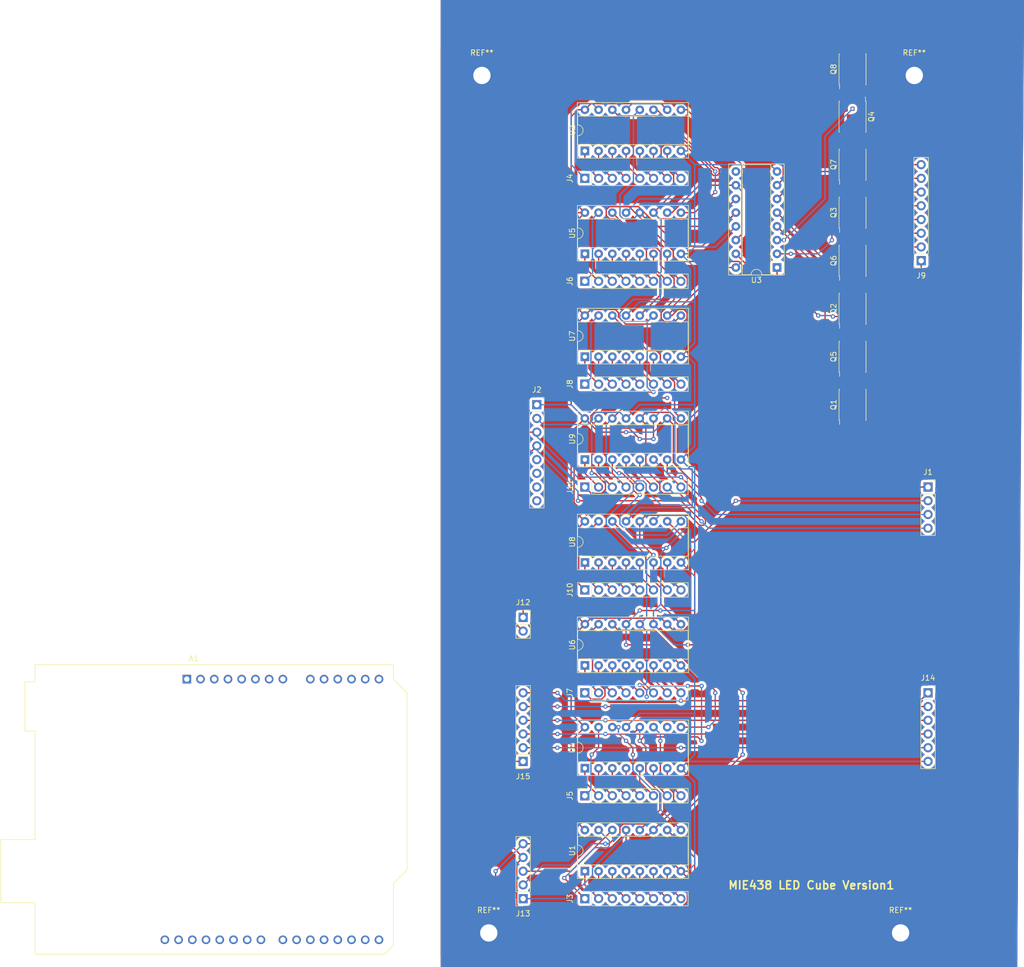
<source format=kicad_pcb>
(kicad_pcb (version 20171130) (host pcbnew "(5.1.10-1-10_14)")
  (layers (0 F.Cu signal) (31 B.Cu signal) (34 B.Paste user hide) (35 F.Paste user hide) (36 B.SilkS user) (37 F.SilkS user) (38 B.Mask user) (39 F.Mask user) (44 Edge.Cuts user))
  (net 0 "")
  (net 1 "Net-(A1-Pad29)")
  (net 2 "Net-(A1-Pad30)")
  (net 3 "Net-(A1-Pad1)")
  (net 4 "Net-(A1-Pad17)")
  (net 5 "Net-(A1-Pad2)")
  (net 6 "Net-(A1-Pad18)")
  (net 7 "Net-(A1-Pad3)")
  (net 8 "Net-(A1-Pad19)")
  (net 9 "Net-(A1-Pad4)")
  (net 10 "Net-(A1-Pad20)")
  (net 11 "Net-(A1-Pad5)")
  (net 12 "Net-(A1-Pad21)")
  (net 13 "Net-(A1-Pad6)")
  (net 14 "Net-(A1-Pad22)")
  (net 15 "Net-(A1-Pad7)")
  (net 16 "Net-(A1-Pad23)")
  (net 17 "Net-(A1-Pad8)")
  (net 18 "Net-(A1-Pad24)")
  (net 19 "Net-(A1-Pad9)")
  (net 20 "Net-(A1-Pad25)")
  (net 21 "Net-(A1-Pad10)")
  (net 22 "Net-(A1-Pad26)")
  (net 23 "Net-(A1-Pad11)")
  (net 24 "Net-(A1-Pad27)")
  (net 25 "Net-(A1-Pad12)")
  (net 26 "Net-(A1-Pad28)")
  (net 27 "Net-(A1-Pad13)")
  (net 28 "Net-(A1-Pad14)")
  (net 29 "Net-(A1-Pad15)")
  (net 30 "Net-(A1-Pad16)")
  (net 31 "Net-(J2-Pad7)")
  (net 32 "Net-(J2-Pad6)")
  (net 33 "Net-(J2-Pad5)")
  (net 34 "Net-(J3-Pad1)")
  (net 35 "Net-(J3-Pad2)")
  (net 36 "Net-(J3-Pad3)")
  (net 37 "Net-(J3-Pad4)")
  (net 38 "Net-(J3-Pad5)")
  (net 39 "Net-(J3-Pad6)")
  (net 40 "Net-(J3-Pad7)")
  (net 41 "Net-(J3-Pad8)")
  (net 42 "Net-(J4-Pad8)")
  (net 43 "Net-(J4-Pad7)")
  (net 44 "Net-(J4-Pad6)")
  (net 45 "Net-(J4-Pad5)")
  (net 46 "Net-(J4-Pad4)")
  (net 47 "Net-(J4-Pad3)")
  (net 48 "Net-(J4-Pad2)")
  (net 49 "Net-(J4-Pad1)")
  (net 50 "Net-(J5-Pad8)")
  (net 51 "Net-(J5-Pad7)")
  (net 52 "Net-(J5-Pad6)")
  (net 53 "Net-(J5-Pad5)")
  (net 54 "Net-(J5-Pad4)")
  (net 55 "Net-(J5-Pad3)")
  (net 56 "Net-(J5-Pad2)")
  (net 57 "Net-(J5-Pad1)")
  (net 58 "Net-(J6-Pad1)")
  (net 59 "Net-(J6-Pad2)")
  (net 60 "Net-(J6-Pad3)")
  (net 61 "Net-(J6-Pad4)")
  (net 62 "Net-(J6-Pad5)")
  (net 63 "Net-(J6-Pad6)")
  (net 64 "Net-(J6-Pad7)")
  (net 65 "Net-(J6-Pad8)")
  (net 66 "Net-(J7-Pad1)")
  (net 67 "Net-(J7-Pad2)")
  (net 68 "Net-(J7-Pad3)")
  (net 69 "Net-(J7-Pad4)")
  (net 70 "Net-(J7-Pad5)")
  (net 71 "Net-(J7-Pad6)")
  (net 72 "Net-(J7-Pad7)")
  (net 73 "Net-(J7-Pad8)")
  (net 74 "Net-(J8-Pad8)")
  (net 75 "Net-(J8-Pad7)")
  (net 76 "Net-(J8-Pad6)")
  (net 77 "Net-(J8-Pad5)")
  (net 78 "Net-(J8-Pad4)")
  (net 79 "Net-(J8-Pad3)")
  (net 80 "Net-(J8-Pad2)")
  (net 81 "Net-(J8-Pad1)")
  (net 82 "Net-(J9-Pad1)")
  (net 83 "Net-(J9-Pad2)")
  (net 84 "Net-(J9-Pad3)")
  (net 85 "Net-(J9-Pad4)")
  (net 86 "Net-(J9-Pad5)")
  (net 87 "Net-(J9-Pad6)")
  (net 88 "Net-(J9-Pad7)")
  (net 89 "Net-(J9-Pad8)")
  (net 90 "Net-(J10-Pad8)")
  (net 91 "Net-(J10-Pad7)")
  (net 92 "Net-(J10-Pad6)")
  (net 93 "Net-(J10-Pad5)")
  (net 94 "Net-(J10-Pad4)")
  (net 95 "Net-(J10-Pad3)")
  (net 96 "Net-(J10-Pad2)")
  (net 97 "Net-(J10-Pad1)")
  (net 98 "Net-(J11-Pad1)")
  (net 99 "Net-(J11-Pad2)")
  (net 100 "Net-(J11-Pad3)")
  (net 101 "Net-(J11-Pad4)")
  (net 102 "Net-(J11-Pad5)")
  (net 103 "Net-(J11-Pad6)")
  (net 104 "Net-(J11-Pad7)")
  (net 105 "Net-(J11-Pad8)")
  (net 106 "Net-(Q1-Pad2)")
  (net 107 "Net-(Q1-Pad3)")
  (net 108 "Net-(Q2-Pad2)")
  (net 109 "Net-(Q3-Pad2)")
  (net 110 "Net-(Q4-Pad2)")
  (net 111 "Net-(Q5-Pad2)")
  (net 112 "Net-(Q6-Pad2)")
  (net 113 "Net-(Q7-Pad2)")
  (net 114 "Net-(Q8-Pad2)")
  (net 115 "Net-(U1-Pad9)")
  (net 116 "Net-(U2-Pad14)")
  (net 117 "Net-(U2-Pad9)")
  (net 118 "Net-(U3-Pad9)")
  (net 119 "Net-(U4-Pad9)")
  (net 120 "Net-(U5-Pad14)")
  (net 121 "Net-(U6-Pad9)")
  (net 122 "Net-(U7-Pad14)")
  (net 123 "Net-(U8-Pad9)")
  (net 124 /GND)
  (net 125 /VCC)
  (net 126 /SDA)
  (net 127 /SCL)
  (net 128 "Net-(J2-Pad8)")
  (net 129 /Clock)
  (net 130 /Latch)
  (net 131 /Data)
  (net 132 "Net-(J14-Pad5)")
  (net 133 "Net-(J14-Pad4)")
  (net 134 "Net-(J14-Pad3)")
  (net 135 "Net-(J14-Pad2)")
  (net 136 "Net-(J14-Pad1)")
  (module MountingHole:MountingHole_3.2mm_M3 (layer F.Cu) (at 172.72 184.15)
    (fp_text reference REF** (at 0 -4.2) (layer F.SilkS))
    (fp_text value MountingHole_3.2mm_M3)
    (pad 1 np_thru_hole circle (at 0 0) (size 3.2 3.2) (drill 3.2) (layers *.Cu *.Mask))
  )
  (module MountingHole:MountingHole_3.2mm_M3 (layer F.Cu) (at 96.52 184.15)
    (fp_text reference REF** (at 0 -4.2) (layer F.SilkS))
    (fp_text value MountingHole_3.2mm_M3)
    (pad 1 np_thru_hole circle (at 0 0) (size 3.2 3.2) (drill 3.2) (layers *.Cu *.Mask))
  )
  (module MountingHole:MountingHole_3.2mm_M3 (layer F.Cu) (at 175.26 25.4)
    (fp_text reference REF** (at 0 -4.2) (layer F.SilkS))
    (fp_text value MountingHole_3.2mm_M3)
    (pad 1 np_thru_hole circle (at 0 0) (size 3.2 3.2) (drill 3.2) (layers *.Cu *.Mask))
  )
  (module MountingHole:MountingHole_3.2mm_M3 (layer F.Cu) (at 95.25 25.4)
    (fp_text reference REF** (at 0 -4.2) (layer F.SilkS))
    (fp_text value MountingHole_3.2mm_M3)
    (pad 1 np_thru_hole circle (at 0 0) (size 3.2 3.2) (drill 3.2) (layers *.Cu *.Mask))
  )
  (module Package_DIP:DIP-16_W7.62mm_Socket (layer F.Cu) (at 114.3 134.62 90)
    (fp_text reference U6 (at 3.81 -2.33 90) (layer F.SilkS))
    (fp_text value 74HC595)
    (pad 1 thru_hole rect (at 0 0 90) (size 1.6 1.6) (drill 0.8) (layers *.Cu *.Mask) (net 67 "Net-(J7-Pad2)"))
    (pad 9 thru_hole oval (at 7.62 17.78 90) (size 1.6 1.6) (drill 0.8) (layers *.Cu *.Mask) (net 121 "Net-(U6-Pad9)"))
    (pad 2 thru_hole oval (at 0 2.54 90) (size 1.6 1.6) (drill 0.8) (layers *.Cu *.Mask) (net 68 "Net-(J7-Pad3)"))
    (pad 10 thru_hole oval (at 7.62 15.24 90) (size 1.6 1.6) (drill 0.8) (layers *.Cu *.Mask) (net 125 /VCC))
    (pad 3 thru_hole oval (at 0 5.08 90) (size 1.6 1.6) (drill 0.8) (layers *.Cu *.Mask) (net 69 "Net-(J7-Pad4)"))
    (pad 11 thru_hole oval (at 7.62 12.7 90) (size 1.6 1.6) (drill 0.8) (layers *.Cu *.Mask) (net 129 /Clock))
    (pad 4 thru_hole oval (at 0 7.62 90) (size 1.6 1.6) (drill 0.8) (layers *.Cu *.Mask) (net 70 "Net-(J7-Pad5)"))
    (pad 12 thru_hole oval (at 7.62 10.16 90) (size 1.6 1.6) (drill 0.8) (layers *.Cu *.Mask) (net 130 /Latch))
    (pad 5 thru_hole oval (at 0 10.16 90) (size 1.6 1.6) (drill 0.8) (layers *.Cu *.Mask) (net 71 "Net-(J7-Pad6)"))
    (pad 13 thru_hole oval (at 7.62 7.62 90) (size 1.6 1.6) (drill 0.8) (layers *.Cu *.Mask) (net 124 /GND))
    (pad 6 thru_hole oval (at 0 12.7 90) (size 1.6 1.6) (drill 0.8) (layers *.Cu *.Mask) (net 72 "Net-(J7-Pad7)"))
    (pad 14 thru_hole oval (at 7.62 5.08 90) (size 1.6 1.6) (drill 0.8) (layers *.Cu *.Mask) (net 119 "Net-(U4-Pad9)"))
    (pad 7 thru_hole oval (at 0 15.24 90) (size 1.6 1.6) (drill 0.8) (layers *.Cu *.Mask) (net 73 "Net-(J7-Pad8)"))
    (pad 15 thru_hole oval (at 7.62 2.54 90) (size 1.6 1.6) (drill 0.8) (layers *.Cu *.Mask) (net 66 "Net-(J7-Pad1)"))
    (pad 8 thru_hole oval (at 0 17.78 90) (size 1.6 1.6) (drill 0.8) (layers *.Cu *.Mask) (net 124 /GND))
    (pad 16 thru_hole oval (at 7.62 0 90) (size 1.6 1.6) (drill 0.8) (layers *.Cu *.Mask) (net 125 /VCC))
  )
  (module Package_DIP:DIP-16_W7.62mm_Socket (layer F.Cu) (at 114.3 115.57 90)
    (fp_text reference U8 (at 3.81 -2.33 90) (layer F.SilkS))
    (fp_text value 74HC595)
    (pad 16 thru_hole oval (at 7.62 0 90) (size 1.6 1.6) (drill 0.8) (layers *.Cu *.Mask) (net 125 /VCC))
    (pad 8 thru_hole oval (at 0 17.78 90) (size 1.6 1.6) (drill 0.8) (layers *.Cu *.Mask) (net 124 /GND))
    (pad 15 thru_hole oval (at 7.62 2.54 90) (size 1.6 1.6) (drill 0.8) (layers *.Cu *.Mask) (net 97 "Net-(J10-Pad1)"))
    (pad 7 thru_hole oval (at 0 15.24 90) (size 1.6 1.6) (drill 0.8) (layers *.Cu *.Mask) (net 90 "Net-(J10-Pad8)"))
    (pad 14 thru_hole oval (at 7.62 5.08 90) (size 1.6 1.6) (drill 0.8) (layers *.Cu *.Mask) (net 121 "Net-(U6-Pad9)"))
    (pad 6 thru_hole oval (at 0 12.7 90) (size 1.6 1.6) (drill 0.8) (layers *.Cu *.Mask) (net 91 "Net-(J10-Pad7)"))
    (pad 13 thru_hole oval (at 7.62 7.62 90) (size 1.6 1.6) (drill 0.8) (layers *.Cu *.Mask) (net 124 /GND))
    (pad 5 thru_hole oval (at 0 10.16 90) (size 1.6 1.6) (drill 0.8) (layers *.Cu *.Mask) (net 92 "Net-(J10-Pad6)"))
    (pad 12 thru_hole oval (at 7.62 10.16 90) (size 1.6 1.6) (drill 0.8) (layers *.Cu *.Mask) (net 130 /Latch))
    (pad 4 thru_hole oval (at 0 7.62 90) (size 1.6 1.6) (drill 0.8) (layers *.Cu *.Mask) (net 93 "Net-(J10-Pad5)"))
    (pad 11 thru_hole oval (at 7.62 12.7 90) (size 1.6 1.6) (drill 0.8) (layers *.Cu *.Mask) (net 129 /Clock))
    (pad 3 thru_hole oval (at 0 5.08 90) (size 1.6 1.6) (drill 0.8) (layers *.Cu *.Mask) (net 94 "Net-(J10-Pad4)"))
    (pad 10 thru_hole oval (at 7.62 15.24 90) (size 1.6 1.6) (drill 0.8) (layers *.Cu *.Mask) (net 125 /VCC))
    (pad 2 thru_hole oval (at 0 2.54 90) (size 1.6 1.6) (drill 0.8) (layers *.Cu *.Mask) (net 95 "Net-(J10-Pad3)"))
    (pad 9 thru_hole oval (at 7.62 17.78 90) (size 1.6 1.6) (drill 0.8) (layers *.Cu *.Mask) (net 123 "Net-(U8-Pad9)"))
    (pad 1 thru_hole rect (at 0 0 90) (size 1.6 1.6) (drill 0.8) (layers *.Cu *.Mask) (net 96 "Net-(J10-Pad2)"))
  )
  (module Package_DIP:DIP-16_W7.62mm_Socket (layer F.Cu) (at 114.3 172.72 90)
    (fp_text reference U1 (at 3.81 -2.33 90) (layer F.SilkS))
    (fp_text value 74HC595)
    (pad 1 thru_hole rect (at 0 0 90) (size 1.6 1.6) (drill 0.8) (layers *.Cu *.Mask) (net 35 "Net-(J3-Pad2)"))
    (pad 9 thru_hole oval (at 7.62 17.78 90) (size 1.6 1.6) (drill 0.8) (layers *.Cu *.Mask) (net 115 "Net-(U1-Pad9)"))
    (pad 2 thru_hole oval (at 0 2.54 90) (size 1.6 1.6) (drill 0.8) (layers *.Cu *.Mask) (net 36 "Net-(J3-Pad3)"))
    (pad 10 thru_hole oval (at 7.62 15.24 90) (size 1.6 1.6) (drill 0.8) (layers *.Cu *.Mask) (net 125 /VCC))
    (pad 3 thru_hole oval (at 0 5.08 90) (size 1.6 1.6) (drill 0.8) (layers *.Cu *.Mask) (net 37 "Net-(J3-Pad4)"))
    (pad 11 thru_hole oval (at 7.62 12.7 90) (size 1.6 1.6) (drill 0.8) (layers *.Cu *.Mask) (net 129 /Clock))
    (pad 4 thru_hole oval (at 0 7.62 90) (size 1.6 1.6) (drill 0.8) (layers *.Cu *.Mask) (net 38 "Net-(J3-Pad5)"))
    (pad 12 thru_hole oval (at 7.62 10.16 90) (size 1.6 1.6) (drill 0.8) (layers *.Cu *.Mask) (net 130 /Latch))
    (pad 5 thru_hole oval (at 0 10.16 90) (size 1.6 1.6) (drill 0.8) (layers *.Cu *.Mask) (net 39 "Net-(J3-Pad6)"))
    (pad 13 thru_hole oval (at 7.62 7.62 90) (size 1.6 1.6) (drill 0.8) (layers *.Cu *.Mask) (net 124 /GND))
    (pad 6 thru_hole oval (at 0 12.7 90) (size 1.6 1.6) (drill 0.8) (layers *.Cu *.Mask) (net 40 "Net-(J3-Pad7)"))
    (pad 14 thru_hole oval (at 7.62 5.08 90) (size 1.6 1.6) (drill 0.8) (layers *.Cu *.Mask) (net 131 /Data))
    (pad 7 thru_hole oval (at 0 15.24 90) (size 1.6 1.6) (drill 0.8) (layers *.Cu *.Mask) (net 41 "Net-(J3-Pad8)"))
    (pad 15 thru_hole oval (at 7.62 2.54 90) (size 1.6 1.6) (drill 0.8) (layers *.Cu *.Mask) (net 34 "Net-(J3-Pad1)"))
    (pad 8 thru_hole oval (at 0 17.78 90) (size 1.6 1.6) (drill 0.8) (layers *.Cu *.Mask) (net 124 /GND))
    (pad 16 thru_hole oval (at 7.62 0 90) (size 1.6 1.6) (drill 0.8) (layers *.Cu *.Mask) (net 125 /VCC))
  )
  (module Connector_PinSocket_2.54mm:PinSocket_1x06_P2.54mm_Vertical (layer F.Cu) (at 102.87 152.4 180)
    (fp_text reference J15 (at 0 -2.77) (layer F.SilkS))
    (fp_text value Conn_01x06)
    (pad 6 thru_hole oval (at 0 12.7 180) (size 1.7 1.7) (drill 1) (layers *.Cu *.Mask) (net 136 "Net-(J14-Pad1)"))
    (pad 5 thru_hole oval (at 0 10.16 180) (size 1.7 1.7) (drill 1) (layers *.Cu *.Mask) (net 135 "Net-(J14-Pad2)"))
    (pad 4 thru_hole oval (at 0 7.62 180) (size 1.7 1.7) (drill 1) (layers *.Cu *.Mask) (net 134 "Net-(J14-Pad3)"))
    (pad 3 thru_hole oval (at 0 5.08 180) (size 1.7 1.7) (drill 1) (layers *.Cu *.Mask) (net 133 "Net-(J14-Pad4)"))
    (pad 2 thru_hole oval (at 0 2.54 180) (size 1.7 1.7) (drill 1) (layers *.Cu *.Mask) (net 132 "Net-(J14-Pad5)"))
    (pad 1 thru_hole rect (at 0 0 180) (size 1.7 1.7) (drill 1) (layers *.Cu *.Mask) (net 124 /GND))
  )
  (module Connector_PinSocket_2.54mm:PinSocket_1x06_P2.54mm_Vertical (layer F.Cu) (at 177.8 139.7)
    (fp_text reference J14 (at 0 -2.77) (layer F.SilkS))
    (fp_text value Conn_01x06)
    (pad 6 thru_hole oval (at 0 12.7) (size 1.7 1.7) (drill 1) (layers *.Cu *.Mask) (net 124 /GND))
    (pad 5 thru_hole oval (at 0 10.16) (size 1.7 1.7) (drill 1) (layers *.Cu *.Mask) (net 132 "Net-(J14-Pad5)"))
    (pad 4 thru_hole oval (at 0 7.62) (size 1.7 1.7) (drill 1) (layers *.Cu *.Mask) (net 133 "Net-(J14-Pad4)"))
    (pad 3 thru_hole oval (at 0 5.08) (size 1.7 1.7) (drill 1) (layers *.Cu *.Mask) (net 134 "Net-(J14-Pad3)"))
    (pad 2 thru_hole oval (at 0 2.54) (size 1.7 1.7) (drill 1) (layers *.Cu *.Mask) (net 135 "Net-(J14-Pad2)"))
    (pad 1 thru_hole rect (at 0 0) (size 1.7 1.7) (drill 1) (layers *.Cu *.Mask) (net 136 "Net-(J14-Pad1)"))
  )
  (module Module:Arduino_UNO_R2 (layer F.Cu) (at 40.64 137.16)
    (fp_text reference A1 (at 1.27 -3.81 180) (layer F.SilkS))
    (fp_text value Arduino_UNO_R2)
    (pad 29 thru_hole oval (at -1.52 48.26 90) (size 1.6 1.6) (drill 1) (layers *.Cu *.Mask) (net 1 "Net-(A1-Pad29)"))
    (pad 30 thru_hole oval (at -4.06 48.26 90) (size 1.6 1.6) (drill 1) (layers *.Cu *.Mask) (net 2 "Net-(A1-Pad30)"))
    (pad 1 thru_hole rect (at 0 0 90) (size 1.6 1.6) (drill 1) (layers *.Cu *.Mask) (net 3 "Net-(A1-Pad1)"))
    (pad 17 thru_hole oval (at 30.48 48.26 90) (size 1.6 1.6) (drill 1) (layers *.Cu *.Mask) (net 4 "Net-(A1-Pad17)"))
    (pad 2 thru_hole oval (at 2.54 0 90) (size 1.6 1.6) (drill 1) (layers *.Cu *.Mask) (net 5 "Net-(A1-Pad2)"))
    (pad 18 thru_hole oval (at 27.94 48.26 90) (size 1.6 1.6) (drill 1) (layers *.Cu *.Mask) (net 6 "Net-(A1-Pad18)"))
    (pad 3 thru_hole oval (at 5.08 0 90) (size 1.6 1.6) (drill 1) (layers *.Cu *.Mask) (net 7 "Net-(A1-Pad3)"))
    (pad 19 thru_hole oval (at 25.4 48.26 90) (size 1.6 1.6) (drill 1) (layers *.Cu *.Mask) (net 8 "Net-(A1-Pad19)"))
    (pad 4 thru_hole oval (at 7.62 0 90) (size 1.6 1.6) (drill 1) (layers *.Cu *.Mask) (net 9 "Net-(A1-Pad4)"))
    (pad 20 thru_hole oval (at 22.86 48.26 90) (size 1.6 1.6) (drill 1) (layers *.Cu *.Mask) (net 10 "Net-(A1-Pad20)"))
    (pad 5 thru_hole oval (at 10.16 0 90) (size 1.6 1.6) (drill 1) (layers *.Cu *.Mask) (net 11 "Net-(A1-Pad5)"))
    (pad 21 thru_hole oval (at 20.32 48.26 90) (size 1.6 1.6) (drill 1) (layers *.Cu *.Mask) (net 12 "Net-(A1-Pad21)"))
    (pad 6 thru_hole oval (at 12.7 0 90) (size 1.6 1.6) (drill 1) (layers *.Cu *.Mask) (net 13 "Net-(A1-Pad6)"))
    (pad 22 thru_hole oval (at 17.78 48.26 90) (size 1.6 1.6) (drill 1) (layers *.Cu *.Mask) (net 14 "Net-(A1-Pad22)"))
    (pad 7 thru_hole oval (at 15.24 0 90) (size 1.6 1.6) (drill 1) (layers *.Cu *.Mask) (net 15 "Net-(A1-Pad7)"))
    (pad 23 thru_hole oval (at 13.72 48.26 90) (size 1.6 1.6) (drill 1) (layers *.Cu *.Mask) (net 16 "Net-(A1-Pad23)"))
    (pad 8 thru_hole oval (at 17.78 0 90) (size 1.6 1.6) (drill 1) (layers *.Cu *.Mask) (net 17 "Net-(A1-Pad8)"))
    (pad 24 thru_hole oval (at 11.18 48.26 90) (size 1.6 1.6) (drill 1) (layers *.Cu *.Mask) (net 18 "Net-(A1-Pad24)"))
    (pad 9 thru_hole oval (at 22.86 0 90) (size 1.6 1.6) (drill 1) (layers *.Cu *.Mask) (net 19 "Net-(A1-Pad9)"))
    (pad 25 thru_hole oval (at 8.64 48.26 90) (size 1.6 1.6) (drill 1) (layers *.Cu *.Mask) (net 20 "Net-(A1-Pad25)"))
    (pad 10 thru_hole oval (at 25.4 0 90) (size 1.6 1.6) (drill 1) (layers *.Cu *.Mask) (net 21 "Net-(A1-Pad10)"))
    (pad 26 thru_hole oval (at 6.1 48.26 90) (size 1.6 1.6) (drill 1) (layers *.Cu *.Mask) (net 22 "Net-(A1-Pad26)"))
    (pad 11 thru_hole oval (at 27.94 0 90) (size 1.6 1.6) (drill 1) (layers *.Cu *.Mask) (net 23 "Net-(A1-Pad11)"))
    (pad 27 thru_hole oval (at 3.56 48.26 90) (size 1.6 1.6) (drill 1) (layers *.Cu *.Mask) (net 24 "Net-(A1-Pad27)"))
    (pad 12 thru_hole oval (at 30.48 0 90) (size 1.6 1.6) (drill 1) (layers *.Cu *.Mask) (net 25 "Net-(A1-Pad12)"))
    (pad 28 thru_hole oval (at 1.02 48.26 90) (size 1.6 1.6) (drill 1) (layers *.Cu *.Mask) (net 26 "Net-(A1-Pad28)"))
    (pad 13 thru_hole oval (at 33.02 0 90) (size 1.6 1.6) (drill 1) (layers *.Cu *.Mask) (net 27 "Net-(A1-Pad13)"))
    (pad 14 thru_hole oval (at 35.56 0 90) (size 1.6 1.6) (drill 1) (layers *.Cu *.Mask) (net 28 "Net-(A1-Pad14)"))
    (pad 15 thru_hole oval (at 35.56 48.26 90) (size 1.6 1.6) (drill 1) (layers *.Cu *.Mask) (net 29 "Net-(A1-Pad15)"))
    (pad 16 thru_hole oval (at 33.02 48.26 90) (size 1.6 1.6) (drill 1) (layers *.Cu *.Mask) (net 30 "Net-(A1-Pad16)"))
  )
  (module Connector_PinSocket_2.54mm:PinSocket_1x04_P2.54mm_Vertical (layer F.Cu) (at 177.8 101.6)
    (fp_text reference J1 (at 0 -2.77) (layer F.SilkS))
    (fp_text value Conn_01x04)
    (pad 1 thru_hole rect (at 0 0) (size 1.7 1.7) (drill 1) (layers *.Cu *.Mask) (net 124 /GND))
    (pad 2 thru_hole oval (at 0 2.54) (size 1.7 1.7) (drill 1) (layers *.Cu *.Mask) (net 125 /VCC))
    (pad 3 thru_hole oval (at 0 5.08) (size 1.7 1.7) (drill 1) (layers *.Cu *.Mask) (net 126 /SDA))
    (pad 4 thru_hole oval (at 0 7.62) (size 1.7 1.7) (drill 1) (layers *.Cu *.Mask) (net 127 /SCL))
  )
  (module Connector_PinSocket_2.54mm:PinSocket_1x08_P2.54mm_Vertical (layer F.Cu) (at 105.41 86.36)
    (fp_text reference J2 (at 0 -2.77) (layer F.SilkS))
    (fp_text value Conn_01x08)
    (pad 8 thru_hole oval (at 0 17.78) (size 1.7 1.7) (drill 1) (layers *.Cu *.Mask) (net 128 "Net-(J2-Pad8)"))
    (pad 7 thru_hole oval (at 0 15.24) (size 1.7 1.7) (drill 1) (layers *.Cu *.Mask) (net 31 "Net-(J2-Pad7)"))
    (pad 6 thru_hole oval (at 0 12.7) (size 1.7 1.7) (drill 1) (layers *.Cu *.Mask) (net 32 "Net-(J2-Pad6)"))
    (pad 5 thru_hole oval (at 0 10.16) (size 1.7 1.7) (drill 1) (layers *.Cu *.Mask) (net 33 "Net-(J2-Pad5)"))
    (pad 4 thru_hole oval (at 0 7.62) (size 1.7 1.7) (drill 1) (layers *.Cu *.Mask) (net 127 /SCL))
    (pad 3 thru_hole oval (at 0 5.08) (size 1.7 1.7) (drill 1) (layers *.Cu *.Mask) (net 126 /SDA))
    (pad 2 thru_hole oval (at 0 2.54) (size 1.7 1.7) (drill 1) (layers *.Cu *.Mask) (net 124 /GND))
    (pad 1 thru_hole rect (at 0 0) (size 1.7 1.7) (drill 1) (layers *.Cu *.Mask) (net 125 /VCC))
  )
  (module Connector_PinSocket_2.54mm:PinSocket_1x08_P2.54mm_Vertical (layer F.Cu) (at 114.3 177.8 90)
    (fp_text reference J3 (at 0 -2.77 90) (layer F.SilkS))
    (fp_text value Conn_01x08)
    (pad 1 thru_hole rect (at 0 0 90) (size 1.7 1.7) (drill 1) (layers *.Cu *.Mask) (net 34 "Net-(J3-Pad1)"))
    (pad 2 thru_hole oval (at 0 2.54 90) (size 1.7 1.7) (drill 1) (layers *.Cu *.Mask) (net 35 "Net-(J3-Pad2)"))
    (pad 3 thru_hole oval (at 0 5.08 90) (size 1.7 1.7) (drill 1) (layers *.Cu *.Mask) (net 36 "Net-(J3-Pad3)"))
    (pad 4 thru_hole oval (at 0 7.62 90) (size 1.7 1.7) (drill 1) (layers *.Cu *.Mask) (net 37 "Net-(J3-Pad4)"))
    (pad 5 thru_hole oval (at 0 10.16 90) (size 1.7 1.7) (drill 1) (layers *.Cu *.Mask) (net 38 "Net-(J3-Pad5)"))
    (pad 6 thru_hole oval (at 0 12.7 90) (size 1.7 1.7) (drill 1) (layers *.Cu *.Mask) (net 39 "Net-(J3-Pad6)"))
    (pad 7 thru_hole oval (at 0 15.24 90) (size 1.7 1.7) (drill 1) (layers *.Cu *.Mask) (net 40 "Net-(J3-Pad7)"))
    (pad 8 thru_hole oval (at 0 17.78 90) (size 1.7 1.7) (drill 1) (layers *.Cu *.Mask) (net 41 "Net-(J3-Pad8)"))
  )
  (module Connector_PinSocket_2.54mm:PinSocket_1x08_P2.54mm_Vertical (layer F.Cu) (at 114.3 44.45 90)
    (fp_text reference J4 (at 0 -2.77 90) (layer F.SilkS))
    (fp_text value Conn_01x08)
    (pad 8 thru_hole oval (at 0 17.78 90) (size 1.7 1.7) (drill 1) (layers *.Cu *.Mask) (net 42 "Net-(J4-Pad8)"))
    (pad 7 thru_hole oval (at 0 15.24 90) (size 1.7 1.7) (drill 1) (layers *.Cu *.Mask) (net 43 "Net-(J4-Pad7)"))
    (pad 6 thru_hole oval (at 0 12.7 90) (size 1.7 1.7) (drill 1) (layers *.Cu *.Mask) (net 44 "Net-(J4-Pad6)"))
    (pad 5 thru_hole oval (at 0 10.16 90) (size 1.7 1.7) (drill 1) (layers *.Cu *.Mask) (net 45 "Net-(J4-Pad5)"))
    (pad 4 thru_hole oval (at 0 7.62 90) (size 1.7 1.7) (drill 1) (layers *.Cu *.Mask) (net 46 "Net-(J4-Pad4)"))
    (pad 3 thru_hole oval (at 0 5.08 90) (size 1.7 1.7) (drill 1) (layers *.Cu *.Mask) (net 47 "Net-(J4-Pad3)"))
    (pad 2 thru_hole oval (at 0 2.54 90) (size 1.7 1.7) (drill 1) (layers *.Cu *.Mask) (net 48 "Net-(J4-Pad2)"))
    (pad 1 thru_hole rect (at 0 0 90) (size 1.7 1.7) (drill 1) (layers *.Cu *.Mask) (net 49 "Net-(J4-Pad1)"))
  )
  (module Connector_PinSocket_2.54mm:PinSocket_1x08_P2.54mm_Vertical (layer F.Cu) (at 114.3 158.75 90)
    (fp_text reference J5 (at 0 -2.77 90) (layer F.SilkS))
    (fp_text value Conn_01x08)
    (pad 8 thru_hole oval (at 0 17.78 90) (size 1.7 1.7) (drill 1) (layers *.Cu *.Mask) (net 50 "Net-(J5-Pad8)"))
    (pad 7 thru_hole oval (at 0 15.24 90) (size 1.7 1.7) (drill 1) (layers *.Cu *.Mask) (net 51 "Net-(J5-Pad7)"))
    (pad 6 thru_hole oval (at 0 12.7 90) (size 1.7 1.7) (drill 1) (layers *.Cu *.Mask) (net 52 "Net-(J5-Pad6)"))
    (pad 5 thru_hole oval (at 0 10.16 90) (size 1.7 1.7) (drill 1) (layers *.Cu *.Mask) (net 53 "Net-(J5-Pad5)"))
    (pad 4 thru_hole oval (at 0 7.62 90) (size 1.7 1.7) (drill 1) (layers *.Cu *.Mask) (net 54 "Net-(J5-Pad4)"))
    (pad 3 thru_hole oval (at 0 5.08 90) (size 1.7 1.7) (drill 1) (layers *.Cu *.Mask) (net 55 "Net-(J5-Pad3)"))
    (pad 2 thru_hole oval (at 0 2.54 90) (size 1.7 1.7) (drill 1) (layers *.Cu *.Mask) (net 56 "Net-(J5-Pad2)"))
    (pad 1 thru_hole rect (at 0 0 90) (size 1.7 1.7) (drill 1) (layers *.Cu *.Mask) (net 57 "Net-(J5-Pad1)"))
  )
  (module Connector_PinSocket_2.54mm:PinSocket_1x08_P2.54mm_Vertical (layer F.Cu) (at 114.3 63.5 90)
    (fp_text reference J6 (at 0 -2.77 90) (layer F.SilkS))
    (fp_text value Conn_01x08)
    (pad 1 thru_hole rect (at 0 0 90) (size 1.7 1.7) (drill 1) (layers *.Cu *.Mask) (net 58 "Net-(J6-Pad1)"))
    (pad 2 thru_hole oval (at 0 2.54 90) (size 1.7 1.7) (drill 1) (layers *.Cu *.Mask) (net 59 "Net-(J6-Pad2)"))
    (pad 3 thru_hole oval (at 0 5.08 90) (size 1.7 1.7) (drill 1) (layers *.Cu *.Mask) (net 60 "Net-(J6-Pad3)"))
    (pad 4 thru_hole oval (at 0 7.62 90) (size 1.7 1.7) (drill 1) (layers *.Cu *.Mask) (net 61 "Net-(J6-Pad4)"))
    (pad 5 thru_hole oval (at 0 10.16 90) (size 1.7 1.7) (drill 1) (layers *.Cu *.Mask) (net 62 "Net-(J6-Pad5)"))
    (pad 6 thru_hole oval (at 0 12.7 90) (size 1.7 1.7) (drill 1) (layers *.Cu *.Mask) (net 63 "Net-(J6-Pad6)"))
    (pad 7 thru_hole oval (at 0 15.24 90) (size 1.7 1.7) (drill 1) (layers *.Cu *.Mask) (net 64 "Net-(J6-Pad7)"))
    (pad 8 thru_hole oval (at 0 17.78 90) (size 1.7 1.7) (drill 1) (layers *.Cu *.Mask) (net 65 "Net-(J6-Pad8)"))
  )
  (module Connector_PinSocket_2.54mm:PinSocket_1x08_P2.54mm_Vertical (layer F.Cu) (at 114.3 139.7 90)
    (fp_text reference J7 (at 0 -2.77 90) (layer F.SilkS))
    (fp_text value Conn_01x08)
    (pad 1 thru_hole rect (at 0 0 90) (size 1.7 1.7) (drill 1) (layers *.Cu *.Mask) (net 66 "Net-(J7-Pad1)"))
    (pad 2 thru_hole oval (at 0 2.54 90) (size 1.7 1.7) (drill 1) (layers *.Cu *.Mask) (net 67 "Net-(J7-Pad2)"))
    (pad 3 thru_hole oval (at 0 5.08 90) (size 1.7 1.7) (drill 1) (layers *.Cu *.Mask) (net 68 "Net-(J7-Pad3)"))
    (pad 4 thru_hole oval (at 0 7.62 90) (size 1.7 1.7) (drill 1) (layers *.Cu *.Mask) (net 69 "Net-(J7-Pad4)"))
    (pad 5 thru_hole oval (at 0 10.16 90) (size 1.7 1.7) (drill 1) (layers *.Cu *.Mask) (net 70 "Net-(J7-Pad5)"))
    (pad 6 thru_hole oval (at 0 12.7 90) (size 1.7 1.7) (drill 1) (layers *.Cu *.Mask) (net 71 "Net-(J7-Pad6)"))
    (pad 7 thru_hole oval (at 0 15.24 90) (size 1.7 1.7) (drill 1) (layers *.Cu *.Mask) (net 72 "Net-(J7-Pad7)"))
    (pad 8 thru_hole oval (at 0 17.78 90) (size 1.7 1.7) (drill 1) (layers *.Cu *.Mask) (net 73 "Net-(J7-Pad8)"))
  )
  (module Connector_PinSocket_2.54mm:PinSocket_1x08_P2.54mm_Vertical (layer F.Cu) (at 114.3 82.55 90)
    (fp_text reference J8 (at 0 -2.77 90) (layer F.SilkS))
    (fp_text value Conn_01x08)
    (pad 8 thru_hole oval (at 0 17.78 90) (size 1.7 1.7) (drill 1) (layers *.Cu *.Mask) (net 74 "Net-(J8-Pad8)"))
    (pad 7 thru_hole oval (at 0 15.24 90) (size 1.7 1.7) (drill 1) (layers *.Cu *.Mask) (net 75 "Net-(J8-Pad7)"))
    (pad 6 thru_hole oval (at 0 12.7 90) (size 1.7 1.7) (drill 1) (layers *.Cu *.Mask) (net 76 "Net-(J8-Pad6)"))
    (pad 5 thru_hole oval (at 0 10.16 90) (size 1.7 1.7) (drill 1) (layers *.Cu *.Mask) (net 77 "Net-(J8-Pad5)"))
    (pad 4 thru_hole oval (at 0 7.62 90) (size 1.7 1.7) (drill 1) (layers *.Cu *.Mask) (net 78 "Net-(J8-Pad4)"))
    (pad 3 thru_hole oval (at 0 5.08 90) (size 1.7 1.7) (drill 1) (layers *.Cu *.Mask) (net 79 "Net-(J8-Pad3)"))
    (pad 2 thru_hole oval (at 0 2.54 90) (size 1.7 1.7) (drill 1) (layers *.Cu *.Mask) (net 80 "Net-(J8-Pad2)"))
    (pad 1 thru_hole rect (at 0 0 90) (size 1.7 1.7) (drill 1) (layers *.Cu *.Mask) (net 81 "Net-(J8-Pad1)"))
  )
  (module Connector_PinSocket_2.54mm:PinSocket_1x08_P2.54mm_Vertical (layer F.Cu) (at 176.53 59.69 180)
    (fp_text reference J9 (at 0 -2.77) (layer F.SilkS))
    (fp_text value Conn_01x08)
    (pad 1 thru_hole rect (at 0 0 180) (size 1.7 1.7) (drill 1) (layers *.Cu *.Mask) (net 82 "Net-(J9-Pad1)"))
    (pad 2 thru_hole oval (at 0 2.54 180) (size 1.7 1.7) (drill 1) (layers *.Cu *.Mask) (net 83 "Net-(J9-Pad2)"))
    (pad 3 thru_hole oval (at 0 5.08 180) (size 1.7 1.7) (drill 1) (layers *.Cu *.Mask) (net 84 "Net-(J9-Pad3)"))
    (pad 4 thru_hole oval (at 0 7.62 180) (size 1.7 1.7) (drill 1) (layers *.Cu *.Mask) (net 85 "Net-(J9-Pad4)"))
    (pad 5 thru_hole oval (at 0 10.16 180) (size 1.7 1.7) (drill 1) (layers *.Cu *.Mask) (net 86 "Net-(J9-Pad5)"))
    (pad 6 thru_hole oval (at 0 12.7 180) (size 1.7 1.7) (drill 1) (layers *.Cu *.Mask) (net 87 "Net-(J9-Pad6)"))
    (pad 7 thru_hole oval (at 0 15.24 180) (size 1.7 1.7) (drill 1) (layers *.Cu *.Mask) (net 88 "Net-(J9-Pad7)"))
    (pad 8 thru_hole oval (at 0 17.78 180) (size 1.7 1.7) (drill 1) (layers *.Cu *.Mask) (net 89 "Net-(J9-Pad8)"))
  )
  (module Connector_PinSocket_2.54mm:PinSocket_1x08_P2.54mm_Vertical (layer F.Cu) (at 114.3 120.65 90)
    (fp_text reference J10 (at 0 -2.77 90) (layer F.SilkS))
    (fp_text value Conn_01x08)
    (pad 8 thru_hole oval (at 0 17.78 90) (size 1.7 1.7) (drill 1) (layers *.Cu *.Mask) (net 90 "Net-(J10-Pad8)"))
    (pad 7 thru_hole oval (at 0 15.24 90) (size 1.7 1.7) (drill 1) (layers *.Cu *.Mask) (net 91 "Net-(J10-Pad7)"))
    (pad 6 thru_hole oval (at 0 12.7 90) (size 1.7 1.7) (drill 1) (layers *.Cu *.Mask) (net 92 "Net-(J10-Pad6)"))
    (pad 5 thru_hole oval (at 0 10.16 90) (size 1.7 1.7) (drill 1) (layers *.Cu *.Mask) (net 93 "Net-(J10-Pad5)"))
    (pad 4 thru_hole oval (at 0 7.62 90) (size 1.7 1.7) (drill 1) (layers *.Cu *.Mask) (net 94 "Net-(J10-Pad4)"))
    (pad 3 thru_hole oval (at 0 5.08 90) (size 1.7 1.7) (drill 1) (layers *.Cu *.Mask) (net 95 "Net-(J10-Pad3)"))
    (pad 2 thru_hole oval (at 0 2.54 90) (size 1.7 1.7) (drill 1) (layers *.Cu *.Mask) (net 96 "Net-(J10-Pad2)"))
    (pad 1 thru_hole rect (at 0 0 90) (size 1.7 1.7) (drill 1) (layers *.Cu *.Mask) (net 97 "Net-(J10-Pad1)"))
  )
  (module Connector_PinSocket_2.54mm:PinSocket_1x08_P2.54mm_Vertical (layer F.Cu) (at 114.3 101.6 90)
    (fp_text reference J11 (at 0 -2.77 90) (layer F.SilkS))
    (fp_text value Conn_01x08)
    (pad 1 thru_hole rect (at 0 0 90) (size 1.7 1.7) (drill 1) (layers *.Cu *.Mask) (net 98 "Net-(J11-Pad1)"))
    (pad 2 thru_hole oval (at 0 2.54 90) (size 1.7 1.7) (drill 1) (layers *.Cu *.Mask) (net 99 "Net-(J11-Pad2)"))
    (pad 3 thru_hole oval (at 0 5.08 90) (size 1.7 1.7) (drill 1) (layers *.Cu *.Mask) (net 100 "Net-(J11-Pad3)"))
    (pad 4 thru_hole oval (at 0 7.62 90) (size 1.7 1.7) (drill 1) (layers *.Cu *.Mask) (net 101 "Net-(J11-Pad4)"))
    (pad 5 thru_hole oval (at 0 10.16 90) (size 1.7 1.7) (drill 1) (layers *.Cu *.Mask) (net 102 "Net-(J11-Pad5)"))
    (pad 6 thru_hole oval (at 0 12.7 90) (size 1.7 1.7) (drill 1) (layers *.Cu *.Mask) (net 103 "Net-(J11-Pad6)"))
    (pad 7 thru_hole oval (at 0 15.24 90) (size 1.7 1.7) (drill 1) (layers *.Cu *.Mask) (net 104 "Net-(J11-Pad7)"))
    (pad 8 thru_hole oval (at 0 17.78 90) (size 1.7 1.7) (drill 1) (layers *.Cu *.Mask) (net 105 "Net-(J11-Pad8)"))
  )
  (module Package_DirectFET:DirectFET_MX (layer F.Cu) (at 163.83 86.36 90)
    (fp_text reference Q1 (at 0 -3.5 90) (layer F.SilkS))
    (fp_text value IRF520)
    (pad 2 smd rect (at -1.45 0 90) (size 0.75 0.75) (layers F.Cu F.Paste F.Mask) (net 106 "Net-(Q1-Pad2)"))
    (pad 3 smd rect (at 0.3 -0.61 90) (size 1.45 0.87) (layers F.Cu F.Paste F.Mask) (net 107 "Net-(Q1-Pad3)"))
    (pad 3 smd rect (at 0.3 0.61 90) (size 1.45 0.87) (layers F.Cu F.Paste F.Mask) (net 107 "Net-(Q1-Pad3)"))
    (pad 1 smd rect (at -3.2 -1.175 90) (size 0.9 1.85) (layers F.Cu F.Paste F.Mask) (net 82 "Net-(J9-Pad1)"))
    (pad 1 smd rect (at -3.2 1.175 90) (size 0.9 1.85) (layers F.Cu F.Paste F.Mask) (net 82 "Net-(J9-Pad1)"))
    (pad 1 smd rect (at 3.2 1.175 90) (size 0.9 1.85) (layers F.Cu F.Paste F.Mask) (net 82 "Net-(J9-Pad1)"))
    (pad 1 smd rect (at 3.2 -1.175 90) (size 0.9 1.85) (layers F.Cu F.Paste F.Mask) (net 82 "Net-(J9-Pad1)"))
  )
  (module Package_DirectFET:DirectFET_MX (layer F.Cu) (at 163.83 68.58 90)
    (fp_text reference Q2 (at 0 -3.5 90) (layer F.SilkS))
    (fp_text value IRF520)
    (pad 1 smd rect (at 3.2 -1.175 90) (size 0.9 1.85) (layers F.Cu F.Paste F.Mask) (net 84 "Net-(J9-Pad3)"))
    (pad 1 smd rect (at 3.2 1.175 90) (size 0.9 1.85) (layers F.Cu F.Paste F.Mask) (net 84 "Net-(J9-Pad3)"))
    (pad 1 smd rect (at -3.2 1.175 90) (size 0.9 1.85) (layers F.Cu F.Paste F.Mask) (net 84 "Net-(J9-Pad3)"))
    (pad 1 smd rect (at -3.2 -1.175 90) (size 0.9 1.85) (layers F.Cu F.Paste F.Mask) (net 84 "Net-(J9-Pad3)"))
    (pad 3 smd rect (at 0.3 0.61 90) (size 1.45 0.87) (layers F.Cu F.Paste F.Mask) (net 107 "Net-(Q1-Pad3)"))
    (pad 3 smd rect (at 0.3 -0.61 90) (size 1.45 0.87) (layers F.Cu F.Paste F.Mask) (net 107 "Net-(Q1-Pad3)"))
    (pad 2 smd rect (at -1.45 0 90) (size 0.75 0.75) (layers F.Cu F.Paste F.Mask) (net 108 "Net-(Q2-Pad2)"))
  )
  (module Package_DirectFET:DirectFET_MX (layer F.Cu) (at 163.83 50.8 90)
    (fp_text reference Q3 (at 0 -3.5 90) (layer F.SilkS))
    (fp_text value IRF520)
    (pad 2 smd rect (at -1.45 0 90) (size 0.75 0.75) (layers F.Cu F.Paste F.Mask) (net 109 "Net-(Q3-Pad2)"))
    (pad 3 smd rect (at 0.3 -0.61 90) (size 1.45 0.87) (layers F.Cu F.Paste F.Mask) (net 107 "Net-(Q1-Pad3)"))
    (pad 3 smd rect (at 0.3 0.61 90) (size 1.45 0.87) (layers F.Cu F.Paste F.Mask) (net 107 "Net-(Q1-Pad3)"))
    (pad 1 smd rect (at -3.2 -1.175 90) (size 0.9 1.85) (layers F.Cu F.Paste F.Mask) (net 86 "Net-(J9-Pad5)"))
    (pad 1 smd rect (at -3.2 1.175 90) (size 0.9 1.85) (layers F.Cu F.Paste F.Mask) (net 86 "Net-(J9-Pad5)"))
    (pad 1 smd rect (at 3.2 1.175 90) (size 0.9 1.85) (layers F.Cu F.Paste F.Mask) (net 86 "Net-(J9-Pad5)"))
    (pad 1 smd rect (at 3.2 -1.175 90) (size 0.9 1.85) (layers F.Cu F.Paste F.Mask) (net 86 "Net-(J9-Pad5)"))
  )
  (module Package_DirectFET:DirectFET_MX (layer F.Cu) (at 163.83 33.02 270)
    (fp_text reference Q4 (at 0 -3.5 90) (layer F.SilkS))
    (fp_text value IRF520)
    (pad 1 smd rect (at 3.2 -1.175 270) (size 0.9 1.85) (layers F.Cu F.Paste F.Mask) (net 88 "Net-(J9-Pad7)"))
    (pad 1 smd rect (at 3.2 1.175 270) (size 0.9 1.85) (layers F.Cu F.Paste F.Mask) (net 88 "Net-(J9-Pad7)"))
    (pad 1 smd rect (at -3.2 1.175 270) (size 0.9 1.85) (layers F.Cu F.Paste F.Mask) (net 88 "Net-(J9-Pad7)"))
    (pad 1 smd rect (at -3.2 -1.175 270) (size 0.9 1.85) (layers F.Cu F.Paste F.Mask) (net 88 "Net-(J9-Pad7)"))
    (pad 3 smd rect (at 0.3 0.61 270) (size 1.45 0.87) (layers F.Cu F.Paste F.Mask) (net 107 "Net-(Q1-Pad3)"))
    (pad 3 smd rect (at 0.3 -0.61 270) (size 1.45 0.87) (layers F.Cu F.Paste F.Mask) (net 107 "Net-(Q1-Pad3)"))
    (pad 2 smd rect (at -1.45 0 270) (size 0.75 0.75) (layers F.Cu F.Paste F.Mask) (net 110 "Net-(Q4-Pad2)"))
  )
  (module Package_DirectFET:DirectFET_MX (layer F.Cu) (at 163.83 77.47 90)
    (fp_text reference Q5 (at 0 -3.5 90) (layer F.SilkS))
    (fp_text value IRF520)
    (pad 2 smd rect (at -1.45 0 90) (size 0.75 0.75) (layers F.Cu F.Paste F.Mask) (net 111 "Net-(Q5-Pad2)"))
    (pad 3 smd rect (at 0.3 -0.61 90) (size 1.45 0.87) (layers F.Cu F.Paste F.Mask) (net 107 "Net-(Q1-Pad3)"))
    (pad 3 smd rect (at 0.3 0.61 90) (size 1.45 0.87) (layers F.Cu F.Paste F.Mask) (net 107 "Net-(Q1-Pad3)"))
    (pad 1 smd rect (at -3.2 -1.175 90) (size 0.9 1.85) (layers F.Cu F.Paste F.Mask) (net 83 "Net-(J9-Pad2)"))
    (pad 1 smd rect (at -3.2 1.175 90) (size 0.9 1.85) (layers F.Cu F.Paste F.Mask) (net 83 "Net-(J9-Pad2)"))
    (pad 1 smd rect (at 3.2 1.175 90) (size 0.9 1.85) (layers F.Cu F.Paste F.Mask) (net 83 "Net-(J9-Pad2)"))
    (pad 1 smd rect (at 3.2 -1.175 90) (size 0.9 1.85) (layers F.Cu F.Paste F.Mask) (net 83 "Net-(J9-Pad2)"))
  )
  (module Package_DirectFET:DirectFET_MX (layer F.Cu) (at 163.83 59.69 90)
    (fp_text reference Q6 (at 0 -3.5 90) (layer F.SilkS))
    (fp_text value IRF520)
    (pad 1 smd rect (at 3.2 -1.175 90) (size 0.9 1.85) (layers F.Cu F.Paste F.Mask) (net 85 "Net-(J9-Pad4)"))
    (pad 1 smd rect (at 3.2 1.175 90) (size 0.9 1.85) (layers F.Cu F.Paste F.Mask) (net 85 "Net-(J9-Pad4)"))
    (pad 1 smd rect (at -3.2 1.175 90) (size 0.9 1.85) (layers F.Cu F.Paste F.Mask) (net 85 "Net-(J9-Pad4)"))
    (pad 1 smd rect (at -3.2 -1.175 90) (size 0.9 1.85) (layers F.Cu F.Paste F.Mask) (net 85 "Net-(J9-Pad4)"))
    (pad 3 smd rect (at 0.3 0.61 90) (size 1.45 0.87) (layers F.Cu F.Paste F.Mask) (net 107 "Net-(Q1-Pad3)"))
    (pad 3 smd rect (at 0.3 -0.61 90) (size 1.45 0.87) (layers F.Cu F.Paste F.Mask) (net 107 "Net-(Q1-Pad3)"))
    (pad 2 smd rect (at -1.45 0 90) (size 0.75 0.75) (layers F.Cu F.Paste F.Mask) (net 112 "Net-(Q6-Pad2)"))
  )
  (module Package_DirectFET:DirectFET_MX (layer F.Cu) (at 163.83 41.91 90)
    (fp_text reference Q7 (at 0 -3.5 90) (layer F.SilkS))
    (fp_text value IRF520)
    (pad 2 smd rect (at -1.45 0 90) (size 0.75 0.75) (layers F.Cu F.Paste F.Mask) (net 113 "Net-(Q7-Pad2)"))
    (pad 3 smd rect (at 0.3 -0.61 90) (size 1.45 0.87) (layers F.Cu F.Paste F.Mask) (net 107 "Net-(Q1-Pad3)"))
    (pad 3 smd rect (at 0.3 0.61 90) (size 1.45 0.87) (layers F.Cu F.Paste F.Mask) (net 107 "Net-(Q1-Pad3)"))
    (pad 1 smd rect (at -3.2 -1.175 90) (size 0.9 1.85) (layers F.Cu F.Paste F.Mask) (net 87 "Net-(J9-Pad6)"))
    (pad 1 smd rect (at -3.2 1.175 90) (size 0.9 1.85) (layers F.Cu F.Paste F.Mask) (net 87 "Net-(J9-Pad6)"))
    (pad 1 smd rect (at 3.2 1.175 90) (size 0.9 1.85) (layers F.Cu F.Paste F.Mask) (net 87 "Net-(J9-Pad6)"))
    (pad 1 smd rect (at 3.2 -1.175 90) (size 0.9 1.85) (layers F.Cu F.Paste F.Mask) (net 87 "Net-(J9-Pad6)"))
  )
  (module Package_DirectFET:DirectFET_MX (layer F.Cu) (at 163.83 24.254999 90)
    (fp_text reference Q8 (at 0 -3.5 90) (layer F.SilkS))
    (fp_text value IRF520)
    (pad 1 smd rect (at 3.2 -1.175 90) (size 0.9 1.85) (layers F.Cu F.Paste F.Mask) (net 89 "Net-(J9-Pad8)"))
    (pad 1 smd rect (at 3.2 1.175 90) (size 0.9 1.85) (layers F.Cu F.Paste F.Mask) (net 89 "Net-(J9-Pad8)"))
    (pad 1 smd rect (at -3.2 1.175 90) (size 0.9 1.85) (layers F.Cu F.Paste F.Mask) (net 89 "Net-(J9-Pad8)"))
    (pad 1 smd rect (at -3.2 -1.175 90) (size 0.9 1.85) (layers F.Cu F.Paste F.Mask) (net 89 "Net-(J9-Pad8)"))
    (pad 3 smd rect (at 0.3 0.61 90) (size 1.45 0.87) (layers F.Cu F.Paste F.Mask) (net 107 "Net-(Q1-Pad3)"))
    (pad 3 smd rect (at 0.3 -0.61 90) (size 1.45 0.87) (layers F.Cu F.Paste F.Mask) (net 107 "Net-(Q1-Pad3)"))
    (pad 2 smd rect (at -1.45 0 90) (size 0.75 0.75) (layers F.Cu F.Paste F.Mask) (net 114 "Net-(Q8-Pad2)"))
  )
  (module Package_DIP:DIP-16_W7.62mm_Socket (layer F.Cu) (at 114.3 39.37 90)
    (fp_text reference U2 (at 3.81 -2.33 90) (layer F.SilkS))
    (fp_text value 74HC595)
    (pad 16 thru_hole oval (at 7.62 0 90) (size 1.6 1.6) (drill 0.8) (layers *.Cu *.Mask) (net 125 /VCC))
    (pad 8 thru_hole oval (at 0 17.78 90) (size 1.6 1.6) (drill 0.8) (layers *.Cu *.Mask) (net 124 /GND))
    (pad 15 thru_hole oval (at 7.62 2.54 90) (size 1.6 1.6) (drill 0.8) (layers *.Cu *.Mask) (net 49 "Net-(J4-Pad1)"))
    (pad 7 thru_hole oval (at 0 15.24 90) (size 1.6 1.6) (drill 0.8) (layers *.Cu *.Mask) (net 42 "Net-(J4-Pad8)"))
    (pad 14 thru_hole oval (at 7.62 5.08 90) (size 1.6 1.6) (drill 0.8) (layers *.Cu *.Mask) (net 116 "Net-(U2-Pad14)"))
    (pad 6 thru_hole oval (at 0 12.7 90) (size 1.6 1.6) (drill 0.8) (layers *.Cu *.Mask) (net 43 "Net-(J4-Pad7)"))
    (pad 13 thru_hole oval (at 7.62 7.62 90) (size 1.6 1.6) (drill 0.8) (layers *.Cu *.Mask) (net 124 /GND))
    (pad 5 thru_hole oval (at 0 10.16 90) (size 1.6 1.6) (drill 0.8) (layers *.Cu *.Mask) (net 44 "Net-(J4-Pad6)"))
    (pad 12 thru_hole oval (at 7.62 10.16 90) (size 1.6 1.6) (drill 0.8) (layers *.Cu *.Mask) (net 130 /Latch))
    (pad 4 thru_hole oval (at 0 7.62 90) (size 1.6 1.6) (drill 0.8) (layers *.Cu *.Mask) (net 45 "Net-(J4-Pad5)"))
    (pad 11 thru_hole oval (at 7.62 12.7 90) (size 1.6 1.6) (drill 0.8) (layers *.Cu *.Mask) (net 129 /Clock))
    (pad 3 thru_hole oval (at 0 5.08 90) (size 1.6 1.6) (drill 0.8) (layers *.Cu *.Mask) (net 46 "Net-(J4-Pad4)"))
    (pad 10 thru_hole oval (at 7.62 15.24 90) (size 1.6 1.6) (drill 0.8) (layers *.Cu *.Mask) (net 125 /VCC))
    (pad 2 thru_hole oval (at 0 2.54 90) (size 1.6 1.6) (drill 0.8) (layers *.Cu *.Mask) (net 47 "Net-(J4-Pad3)"))
    (pad 9 thru_hole oval (at 7.62 17.78 90) (size 1.6 1.6) (drill 0.8) (layers *.Cu *.Mask) (net 117 "Net-(U2-Pad9)"))
    (pad 1 thru_hole rect (at 0 0 90) (size 1.6 1.6) (drill 0.8) (layers *.Cu *.Mask) (net 48 "Net-(J4-Pad2)"))
  )
  (module Package_DIP:DIP-16_W7.62mm_Socket (layer F.Cu) (at 149.86 60.96 180)
    (fp_text reference U3 (at 3.81 -2.33) (layer F.SilkS))
    (fp_text value 74HC595)
    (pad 1 thru_hole rect (at 0 0 180) (size 1.6 1.6) (drill 0.8) (layers *.Cu *.Mask) (net 108 "Net-(Q2-Pad2)"))
    (pad 9 thru_hole oval (at 7.62 17.78 180) (size 1.6 1.6) (drill 0.8) (layers *.Cu *.Mask) (net 118 "Net-(U3-Pad9)"))
    (pad 2 thru_hole oval (at 0 2.54 180) (size 1.6 1.6) (drill 0.8) (layers *.Cu *.Mask) (net 109 "Net-(Q3-Pad2)"))
    (pad 10 thru_hole oval (at 7.62 15.24 180) (size 1.6 1.6) (drill 0.8) (layers *.Cu *.Mask) (net 125 /VCC))
    (pad 3 thru_hole oval (at 0 5.08 180) (size 1.6 1.6) (drill 0.8) (layers *.Cu *.Mask) (net 110 "Net-(Q4-Pad2)"))
    (pad 11 thru_hole oval (at 7.62 12.7 180) (size 1.6 1.6) (drill 0.8) (layers *.Cu *.Mask) (net 129 /Clock))
    (pad 4 thru_hole oval (at 0 7.62 180) (size 1.6 1.6) (drill 0.8) (layers *.Cu *.Mask) (net 111 "Net-(Q5-Pad2)"))
    (pad 12 thru_hole oval (at 7.62 10.16 180) (size 1.6 1.6) (drill 0.8) (layers *.Cu *.Mask) (net 130 /Latch))
    (pad 5 thru_hole oval (at 0 10.16 180) (size 1.6 1.6) (drill 0.8) (layers *.Cu *.Mask) (net 112 "Net-(Q6-Pad2)"))
    (pad 13 thru_hole oval (at 7.62 7.62 180) (size 1.6 1.6) (drill 0.8) (layers *.Cu *.Mask) (net 124 /GND))
    (pad 6 thru_hole oval (at 0 12.7 180) (size 1.6 1.6) (drill 0.8) (layers *.Cu *.Mask) (net 113 "Net-(Q7-Pad2)"))
    (pad 14 thru_hole oval (at 7.62 5.08 180) (size 1.6 1.6) (drill 0.8) (layers *.Cu *.Mask) (net 117 "Net-(U2-Pad9)"))
    (pad 7 thru_hole oval (at 0 15.24 180) (size 1.6 1.6) (drill 0.8) (layers *.Cu *.Mask) (net 114 "Net-(Q8-Pad2)"))
    (pad 15 thru_hole oval (at 7.62 2.54 180) (size 1.6 1.6) (drill 0.8) (layers *.Cu *.Mask) (net 106 "Net-(Q1-Pad2)"))
    (pad 8 thru_hole oval (at 0 17.78 180) (size 1.6 1.6) (drill 0.8) (layers *.Cu *.Mask) (net 124 /GND))
    (pad 16 thru_hole oval (at 7.62 0 180) (size 1.6 1.6) (drill 0.8) (layers *.Cu *.Mask) (net 125 /VCC))
  )
  (module Package_DIP:DIP-16_W7.62mm_Socket (layer F.Cu) (at 114.3 153.67 90)
    (fp_text reference U4 (at 3.81 -2.33 90) (layer F.SilkS))
    (fp_text value 74HC595)
    (pad 16 thru_hole oval (at 7.62 0 90) (size 1.6 1.6) (drill 0.8) (layers *.Cu *.Mask) (net 125 /VCC))
    (pad 8 thru_hole oval (at 0 17.78 90) (size 1.6 1.6) (drill 0.8) (layers *.Cu *.Mask) (net 124 /GND))
    (pad 15 thru_hole oval (at 7.62 2.54 90) (size 1.6 1.6) (drill 0.8) (layers *.Cu *.Mask) (net 57 "Net-(J5-Pad1)"))
    (pad 7 thru_hole oval (at 0 15.24 90) (size 1.6 1.6) (drill 0.8) (layers *.Cu *.Mask) (net 50 "Net-(J5-Pad8)"))
    (pad 14 thru_hole oval (at 7.62 5.08 90) (size 1.6 1.6) (drill 0.8) (layers *.Cu *.Mask) (net 115 "Net-(U1-Pad9)"))
    (pad 6 thru_hole oval (at 0 12.7 90) (size 1.6 1.6) (drill 0.8) (layers *.Cu *.Mask) (net 51 "Net-(J5-Pad7)"))
    (pad 13 thru_hole oval (at 7.62 7.62 90) (size 1.6 1.6) (drill 0.8) (layers *.Cu *.Mask) (net 124 /GND))
    (pad 5 thru_hole oval (at 0 10.16 90) (size 1.6 1.6) (drill 0.8) (layers *.Cu *.Mask) (net 52 "Net-(J5-Pad6)"))
    (pad 12 thru_hole oval (at 7.62 10.16 90) (size 1.6 1.6) (drill 0.8) (layers *.Cu *.Mask) (net 130 /Latch))
    (pad 4 thru_hole oval (at 0 7.62 90) (size 1.6 1.6) (drill 0.8) (layers *.Cu *.Mask) (net 53 "Net-(J5-Pad5)"))
    (pad 11 thru_hole oval (at 7.62 12.7 90) (size 1.6 1.6) (drill 0.8) (layers *.Cu *.Mask) (net 129 /Clock))
    (pad 3 thru_hole oval (at 0 5.08 90) (size 1.6 1.6) (drill 0.8) (layers *.Cu *.Mask) (net 54 "Net-(J5-Pad4)"))
    (pad 10 thru_hole oval (at 7.62 15.24 90) (size 1.6 1.6) (drill 0.8) (layers *.Cu *.Mask) (net 125 /VCC))
    (pad 2 thru_hole oval (at 0 2.54 90) (size 1.6 1.6) (drill 0.8) (layers *.Cu *.Mask) (net 55 "Net-(J5-Pad3)"))
    (pad 9 thru_hole oval (at 7.62 17.78 90) (size 1.6 1.6) (drill 0.8) (layers *.Cu *.Mask) (net 119 "Net-(U4-Pad9)"))
    (pad 1 thru_hole rect (at 0 0 90) (size 1.6 1.6) (drill 0.8) (layers *.Cu *.Mask) (net 56 "Net-(J5-Pad2)"))
  )
  (module Package_DIP:DIP-16_W7.62mm_Socket (layer F.Cu) (at 114.3 58.42 90)
    (fp_text reference U5 (at 3.81 -2.33 90) (layer F.SilkS))
    (fp_text value 74HC595)
    (pad 1 thru_hole rect (at 0 0 90) (size 1.6 1.6) (drill 0.8) (layers *.Cu *.Mask) (net 59 "Net-(J6-Pad2)"))
    (pad 9 thru_hole oval (at 7.62 17.78 90) (size 1.6 1.6) (drill 0.8) (layers *.Cu *.Mask) (net 116 "Net-(U2-Pad14)"))
    (pad 2 thru_hole oval (at 0 2.54 90) (size 1.6 1.6) (drill 0.8) (layers *.Cu *.Mask) (net 60 "Net-(J6-Pad3)"))
    (pad 10 thru_hole oval (at 7.62 15.24 90) (size 1.6 1.6) (drill 0.8) (layers *.Cu *.Mask) (net 125 /VCC))
    (pad 3 thru_hole oval (at 0 5.08 90) (size 1.6 1.6) (drill 0.8) (layers *.Cu *.Mask) (net 61 "Net-(J6-Pad4)"))
    (pad 11 thru_hole oval (at 7.62 12.7 90) (size 1.6 1.6) (drill 0.8) (layers *.Cu *.Mask) (net 129 /Clock))
    (pad 4 thru_hole oval (at 0 7.62 90) (size 1.6 1.6) (drill 0.8) (layers *.Cu *.Mask) (net 62 "Net-(J6-Pad5)"))
    (pad 12 thru_hole oval (at 7.62 10.16 90) (size 1.6 1.6) (drill 0.8) (layers *.Cu *.Mask) (net 130 /Latch))
    (pad 5 thru_hole oval (at 0 10.16 90) (size 1.6 1.6) (drill 0.8) (layers *.Cu *.Mask) (net 63 "Net-(J6-Pad6)"))
    (pad 13 thru_hole oval (at 7.62 7.62 90) (size 1.6 1.6) (drill 0.8) (layers *.Cu *.Mask) (net 124 /GND))
    (pad 6 thru_hole oval (at 0 12.7 90) (size 1.6 1.6) (drill 0.8) (layers *.Cu *.Mask) (net 64 "Net-(J6-Pad7)"))
    (pad 14 thru_hole oval (at 7.62 5.08 90) (size 1.6 1.6) (drill 0.8) (layers *.Cu *.Mask) (net 120 "Net-(U5-Pad14)"))
    (pad 7 thru_hole oval (at 0 15.24 90) (size 1.6 1.6) (drill 0.8) (layers *.Cu *.Mask) (net 65 "Net-(J6-Pad8)"))
    (pad 15 thru_hole oval (at 7.62 2.54 90) (size 1.6 1.6) (drill 0.8) (layers *.Cu *.Mask) (net 58 "Net-(J6-Pad1)"))
    (pad 8 thru_hole oval (at 0 17.78 90) (size 1.6 1.6) (drill 0.8) (layers *.Cu *.Mask) (net 124 /GND))
    (pad 16 thru_hole oval (at 7.62 0 90) (size 1.6 1.6) (drill 0.8) (layers *.Cu *.Mask) (net 125 /VCC))
  )
  (module Package_DIP:DIP-16_W7.62mm_Socket (layer F.Cu) (at 114.3 77.47 90)
    (fp_text reference U7 (at 3.81 -2.33 90) (layer F.SilkS))
    (fp_text value 74HC595)
    (pad 16 thru_hole oval (at 7.62 0 90) (size 1.6 1.6) (drill 0.8) (layers *.Cu *.Mask) (net 125 /VCC))
    (pad 8 thru_hole oval (at 0 17.78 90) (size 1.6 1.6) (drill 0.8) (layers *.Cu *.Mask) (net 124 /GND))
    (pad 15 thru_hole oval (at 7.62 2.54 90) (size 1.6 1.6) (drill 0.8) (layers *.Cu *.Mask) (net 81 "Net-(J8-Pad1)"))
    (pad 7 thru_hole oval (at 0 15.24 90) (size 1.6 1.6) (drill 0.8) (layers *.Cu *.Mask) (net 74 "Net-(J8-Pad8)"))
    (pad 14 thru_hole oval (at 7.62 5.08 90) (size 1.6 1.6) (drill 0.8) (layers *.Cu *.Mask) (net 122 "Net-(U7-Pad14)"))
    (pad 6 thru_hole oval (at 0 12.7 90) (size 1.6 1.6) (drill 0.8) (layers *.Cu *.Mask) (net 75 "Net-(J8-Pad7)"))
    (pad 13 thru_hole oval (at 7.62 7.62 90) (size 1.6 1.6) (drill 0.8) (layers *.Cu *.Mask) (net 124 /GND))
    (pad 5 thru_hole oval (at 0 10.16 90) (size 1.6 1.6) (drill 0.8) (layers *.Cu *.Mask) (net 76 "Net-(J8-Pad6)"))
    (pad 12 thru_hole oval (at 7.62 10.16 90) (size 1.6 1.6) (drill 0.8) (layers *.Cu *.Mask) (net 130 /Latch))
    (pad 4 thru_hole oval (at 0 7.62 90) (size 1.6 1.6) (drill 0.8) (layers *.Cu *.Mask) (net 77 "Net-(J8-Pad5)"))
    (pad 11 thru_hole oval (at 7.62 12.7 90) (size 1.6 1.6) (drill 0.8) (layers *.Cu *.Mask) (net 129 /Clock))
    (pad 3 thru_hole oval (at 0 5.08 90) (size 1.6 1.6) (drill 0.8) (layers *.Cu *.Mask) (net 78 "Net-(J8-Pad4)"))
    (pad 10 thru_hole oval (at 7.62 15.24 90) (size 1.6 1.6) (drill 0.8) (layers *.Cu *.Mask) (net 125 /VCC))
    (pad 2 thru_hole oval (at 0 2.54 90) (size 1.6 1.6) (drill 0.8) (layers *.Cu *.Mask) (net 79 "Net-(J8-Pad3)"))
    (pad 9 thru_hole oval (at 7.62 17.78 90) (size 1.6 1.6) (drill 0.8) (layers *.Cu *.Mask) (net 120 "Net-(U5-Pad14)"))
    (pad 1 thru_hole rect (at 0 0 90) (size 1.6 1.6) (drill 0.8) (layers *.Cu *.Mask) (net 80 "Net-(J8-Pad2)"))
  )
  (module Package_DIP:DIP-16_W7.62mm_Socket (layer F.Cu) (at 114.3 96.52 90)
    (fp_text reference U9 (at 3.81 -2.33 90) (layer F.SilkS))
    (fp_text value 74HC595)
    (pad 1 thru_hole rect (at 0 0 90) (size 1.6 1.6) (drill 0.8) (layers *.Cu *.Mask) (net 99 "Net-(J11-Pad2)"))
    (pad 9 thru_hole oval (at 7.62 17.78 90) (size 1.6 1.6) (drill 0.8) (layers *.Cu *.Mask) (net 122 "Net-(U7-Pad14)"))
    (pad 2 thru_hole oval (at 0 2.54 90) (size 1.6 1.6) (drill 0.8) (layers *.Cu *.Mask) (net 100 "Net-(J11-Pad3)"))
    (pad 10 thru_hole oval (at 7.62 15.24 90) (size 1.6 1.6) (drill 0.8) (layers *.Cu *.Mask) (net 125 /VCC))
    (pad 3 thru_hole oval (at 0 5.08 90) (size 1.6 1.6) (drill 0.8) (layers *.Cu *.Mask) (net 101 "Net-(J11-Pad4)"))
    (pad 11 thru_hole oval (at 7.62 12.7 90) (size 1.6 1.6) (drill 0.8) (layers *.Cu *.Mask) (net 129 /Clock))
    (pad 4 thru_hole oval (at 0 7.62 90) (size 1.6 1.6) (drill 0.8) (layers *.Cu *.Mask) (net 102 "Net-(J11-Pad5)"))
    (pad 12 thru_hole oval (at 7.62 10.16 90) (size 1.6 1.6) (drill 0.8) (layers *.Cu *.Mask) (net 130 /Latch))
    (pad 5 thru_hole oval (at 0 10.16 90) (size 1.6 1.6) (drill 0.8) (layers *.Cu *.Mask) (net 103 "Net-(J11-Pad6)"))
    (pad 13 thru_hole oval (at 7.62 7.62 90) (size 1.6 1.6) (drill 0.8) (layers *.Cu *.Mask) (net 124 /GND))
    (pad 6 thru_hole oval (at 0 12.7 90) (size 1.6 1.6) (drill 0.8) (layers *.Cu *.Mask) (net 104 "Net-(J11-Pad7)"))
    (pad 14 thru_hole oval (at 7.62 5.08 90) (size 1.6 1.6) (drill 0.8) (layers *.Cu *.Mask) (net 123 "Net-(U8-Pad9)"))
    (pad 7 thru_hole oval (at 0 15.24 90) (size 1.6 1.6) (drill 0.8) (layers *.Cu *.Mask) (net 105 "Net-(J11-Pad8)"))
    (pad 15 thru_hole oval (at 7.62 2.54 90) (size 1.6 1.6) (drill 0.8) (layers *.Cu *.Mask) (net 98 "Net-(J11-Pad1)"))
    (pad 8 thru_hole oval (at 0 17.78 90) (size 1.6 1.6) (drill 0.8) (layers *.Cu *.Mask) (net 124 /GND))
    (pad 16 thru_hole oval (at 7.62 0 90) (size 1.6 1.6) (drill 0.8) (layers *.Cu *.Mask) (net 125 /VCC))
  )
  (module Connector_PinSocket_2.54mm:PinSocket_1x02_P2.54mm_Vertical (layer F.Cu) (at 102.87 125.73)
    (fp_text reference J12 (at 0 -2.77) (layer F.SilkS))
    (fp_text value Conn_01x02)
    (pad 1 thru_hole rect (at 0 0) (size 1.7 1.7) (drill 1) (layers *.Cu *.Mask) (net 127 /SCL))
    (pad 2 thru_hole oval (at 0 2.54) (size 1.7 1.7) (drill 1) (layers *.Cu *.Mask) (net 126 /SDA))
  )
  (module Connector_PinSocket_2.54mm:PinSocket_1x05_P2.54mm_Vertical (layer F.Cu) (at 102.87 177.8 180)
    (fp_text reference J13 (at 0 -2.77) (layer F.SilkS))
    (fp_text value Conn_01x05_MountingPin)
    (pad 1 thru_hole rect (at 0 0 180) (size 1.7 1.7) (drill 1) (layers *.Cu *.Mask) (net 129 /Clock))
    (pad 2 thru_hole oval (at 0 2.54 180) (size 1.7 1.7) (drill 1) (layers *.Cu *.Mask) (net 130 /Latch))
    (pad 3 thru_hole oval (at 0 5.08 180) (size 1.7 1.7) (drill 1) (layers *.Cu *.Mask) (net 131 /Data))
    (pad 4 thru_hole oval (at 0 7.62 180) (size 1.7 1.7) (drill 1) (layers *.Cu *.Mask) (net 124 /GND))
    (pad 5 thru_hole oval (at 0 10.16 180) (size 1.7 1.7) (drill 1) (layers *.Cu *.Mask) (net 125 /VCC))
  )
  (gr_text "MIE438 LED Cube Version1\n\n" (at 156.21 176.53) (layer F.SilkS) (effects (font (size 1.5 1.5) (thickness 0.3))))
  (gr_text "MIE438 LED_cube Version1" (at 162.56 172.72) (layer F.Cu) (effects (font (size 1.5 1.5) (thickness 0.3))))
  (via (at 110.49 173.99) (size 0.8) (drill 0.4) (layers F.Cu B.Cu) (net 34))
  (segment (start 114.3 177.8) (end 110.49 173.99) (width 0.25) (layer F.Cu) (net 34))
  (segment (start 118.835001 167.095001) (end 116.84 165.1) (width 0.25) (layer B.Cu) (net 34))
  (segment (start 116.114999 168.365001) (end 118.458001 168.365001) (width 0.25) (layer B.Cu) (net 34))
  (segment (start 118.835001 167.988001) (end 118.835001 167.095001) (width 0.25) (layer B.Cu) (net 34))
  (segment (start 118.458001 168.365001) (end 118.835001 167.988001) (width 0.25) (layer B.Cu) (net 34))
  (segment (start 110.49 173.99) (end 116.114999 168.365001) (width 0.25) (layer B.Cu) (net 34))
  (segment (start 114.3 175.26) (end 116.84 177.8) (width 0.25) (layer F.Cu) (net 35))
  (segment (start 114.3 172.72) (end 114.3 175.26) (width 0.25) (layer F.Cu) (net 35))
  (segment (start 116.84 175.26) (end 119.38 177.8) (width 0.25) (layer F.Cu) (net 36))
  (segment (start 116.84 172.72) (end 116.84 175.26) (width 0.25) (layer F.Cu) (net 36))
  (segment (start 119.38 175.26) (end 121.92 177.8) (width 0.25) (layer F.Cu) (net 37))
  (segment (start 119.38 172.72) (end 119.38 175.26) (width 0.25) (layer F.Cu) (net 37))
  (segment (start 121.92 175.26) (end 124.46 177.8) (width 0.25) (layer F.Cu) (net 38))
  (segment (start 121.92 172.72) (end 121.92 175.26) (width 0.25) (layer F.Cu) (net 38))
  (segment (start 124.46 175.26) (end 127 177.8) (width 0.25) (layer F.Cu) (net 39))
  (segment (start 124.46 172.72) (end 124.46 175.26) (width 0.25) (layer F.Cu) (net 39))
  (segment (start 127 175.26) (end 129.54 177.8) (width 0.25) (layer F.Cu) (net 40))
  (segment (start 127 172.72) (end 127 175.26) (width 0.25) (layer F.Cu) (net 40))
  (segment (start 129.54 175.26) (end 132.08 177.8) (width 0.25) (layer F.Cu) (net 41))
  (segment (start 129.54 172.72) (end 129.54 175.26) (width 0.25) (layer F.Cu) (net 41))
  (segment (start 129.54 41.91) (end 132.08 44.45) (width 0.25) (layer F.Cu) (net 42))
  (segment (start 129.54 39.37) (end 129.54 41.91) (width 0.25) (layer F.Cu) (net 42))
  (segment (start 127 41.91) (end 129.54 44.45) (width 0.25) (layer F.Cu) (net 43))
  (segment (start 127 39.37) (end 127 41.91) (width 0.25) (layer F.Cu) (net 43))
  (segment (start 124.46 41.91) (end 127 44.45) (width 0.25) (layer F.Cu) (net 44))
  (segment (start 124.46 39.37) (end 124.46 41.91) (width 0.25) (layer F.Cu) (net 44))
  (segment (start 121.92 41.91) (end 124.46 44.45) (width 0.25) (layer F.Cu) (net 45))
  (segment (start 121.92 39.37) (end 121.92 41.91) (width 0.25) (layer F.Cu) (net 45))
  (segment (start 119.38 41.91) (end 121.92 44.45) (width 0.25) (layer F.Cu) (net 46))
  (segment (start 119.38 39.37) (end 119.38 41.91) (width 0.25) (layer F.Cu) (net 46))
  (segment (start 116.84 41.91) (end 119.38 44.45) (width 0.25) (layer F.Cu) (net 47))
  (segment (start 116.84 39.37) (end 116.84 41.91) (width 0.25) (layer F.Cu) (net 47))
  (segment (start 114.3 41.91) (end 116.84 44.45) (width 0.25) (layer F.Cu) (net 48))
  (segment (start 114.3 39.37) (end 114.3 41.91) (width 0.25) (layer F.Cu) (net 48))
  (segment (start 115.714999 30.624999) (end 112.885001 30.624999) (width 0.25) (layer B.Cu) (net 49))
  (segment (start 116.84 31.75) (end 115.714999 30.624999) (width 0.25) (layer B.Cu) (net 49))
  (segment (start 112.885001 30.624999) (end 111.76 31.75) (width 0.25) (layer B.Cu) (net 49))
  (segment (start 111.76 41.91) (end 114.3 44.45) (width 0.25) (layer B.Cu) (net 49))
  (segment (start 111.76 31.75) (end 111.76 41.91) (width 0.25) (layer B.Cu) (net 49))
  (segment (start 129.54 156.21) (end 132.08 158.75) (width 0.25) (layer F.Cu) (net 50))
  (segment (start 129.54 153.67) (end 129.54 156.21) (width 0.25) (layer F.Cu) (net 50))
  (segment (start 127 156.21) (end 129.54 158.75) (width 0.25) (layer F.Cu) (net 51))
  (segment (start 127 153.67) (end 127 156.21) (width 0.25) (layer F.Cu) (net 51))
  (segment (start 124.46 156.21) (end 127 158.75) (width 0.25) (layer F.Cu) (net 52))
  (segment (start 124.46 153.67) (end 124.46 156.21) (width 0.25) (layer F.Cu) (net 52))
  (segment (start 121.92 156.21) (end 124.46 158.75) (width 0.25) (layer F.Cu) (net 53))
  (segment (start 121.92 153.67) (end 121.92 156.21) (width 0.25) (layer F.Cu) (net 53))
  (segment (start 119.38 156.21) (end 121.92 158.75) (width 0.25) (layer F.Cu) (net 54))
  (segment (start 119.38 153.67) (end 119.38 156.21) (width 0.25) (layer F.Cu) (net 54))
  (segment (start 116.84 156.21) (end 119.38 158.75) (width 0.25) (layer F.Cu) (net 55))
  (segment (start 116.84 153.67) (end 116.84 156.21) (width 0.25) (layer F.Cu) (net 55))
  (segment (start 114.3 156.21) (end 116.84 158.75) (width 0.25) (layer F.Cu) (net 56))
  (segment (start 114.3 153.67) (end 114.3 156.21) (width 0.25) (layer F.Cu) (net 56))
  (via (at 115.57 151.13) (size 0.8) (drill 0.4) (layers F.Cu B.Cu) (net 57))
  (segment (start 115.425001 151.274999) (end 115.57 151.13) (width 0.25) (layer B.Cu) (net 57))
  (segment (start 115.425001 157.624999) (end 115.425001 151.274999) (width 0.25) (layer B.Cu) (net 57))
  (segment (start 114.3 158.75) (end 115.425001 157.624999) (width 0.25) (layer B.Cu) (net 57))
  (segment (start 116.84 149.86) (end 116.84 146.05) (width 0.25) (layer F.Cu) (net 57))
  (segment (start 115.57 151.13) (end 116.84 149.86) (width 0.25) (layer F.Cu) (net 57))
  (segment (start 115.714999 62.085001) (end 114.3 63.5) (width 0.25) (layer B.Cu) (net 58))
  (segment (start 115.714999 51.925001) (end 115.714999 62.085001) (width 0.25) (layer B.Cu) (net 58))
  (segment (start 116.84 50.8) (end 115.714999 51.925001) (width 0.25) (layer B.Cu) (net 58))
  (segment (start 114.3 60.96) (end 116.84 63.5) (width 0.25) (layer F.Cu) (net 59))
  (segment (start 114.3 58.42) (end 114.3 60.96) (width 0.25) (layer F.Cu) (net 59))
  (segment (start 116.84 60.96) (end 119.38 63.5) (width 0.25) (layer F.Cu) (net 60))
  (segment (start 116.84 58.42) (end 116.84 60.96) (width 0.25) (layer F.Cu) (net 60))
  (segment (start 119.38 60.96) (end 121.92 63.5) (width 0.25) (layer F.Cu) (net 61))
  (segment (start 119.38 58.42) (end 119.38 60.96) (width 0.25) (layer F.Cu) (net 61))
  (segment (start 121.92 60.96) (end 124.46 63.5) (width 0.25) (layer F.Cu) (net 62))
  (segment (start 121.92 58.42) (end 121.92 60.96) (width 0.25) (layer F.Cu) (net 62))
  (segment (start 124.46 60.96) (end 127 63.5) (width 0.25) (layer F.Cu) (net 63))
  (segment (start 124.46 58.42) (end 124.46 60.96) (width 0.25) (layer F.Cu) (net 63))
  (segment (start 127 60.96) (end 129.54 63.5) (width 0.25) (layer F.Cu) (net 64))
  (segment (start 127 58.42) (end 127 60.96) (width 0.25) (layer F.Cu) (net 64))
  (segment (start 129.54 60.96) (end 132.08 63.5) (width 0.25) (layer F.Cu) (net 65))
  (segment (start 129.54 58.42) (end 129.54 60.96) (width 0.25) (layer F.Cu) (net 65))
  (segment (start 115.475001 140.875001) (end 114.3 139.7) (width 0.25) (layer F.Cu) (net 66))
  (segment (start 117.404001 140.875001) (end 115.475001 140.875001) (width 0.25) (layer F.Cu) (net 66))
  (segment (start 115.714999 136.835997) (end 118.015001 139.135999) (width 0.25) (layer F.Cu) (net 66))
  (segment (start 118.015001 140.264001) (end 117.404001 140.875001) (width 0.25) (layer F.Cu) (net 66))
  (segment (start 118.015001 139.135999) (end 118.015001 140.264001) (width 0.25) (layer F.Cu) (net 66))
  (segment (start 115.714999 128.125001) (end 115.714999 136.835997) (width 0.25) (layer F.Cu) (net 66))
  (segment (start 116.84 127) (end 115.714999 128.125001) (width 0.25) (layer F.Cu) (net 66))
  (segment (start 114.3 137.16) (end 116.84 139.7) (width 0.25) (layer F.Cu) (net 67))
  (segment (start 114.3 134.62) (end 114.3 137.16) (width 0.25) (layer F.Cu) (net 67))
  (segment (start 116.84 137.16) (end 119.38 139.7) (width 0.25) (layer F.Cu) (net 68))
  (segment (start 116.84 134.62) (end 116.84 137.16) (width 0.25) (layer F.Cu) (net 68))
  (segment (start 119.38 137.16) (end 121.92 139.7) (width 0.25) (layer F.Cu) (net 69))
  (segment (start 119.38 134.62) (end 119.38 137.16) (width 0.25) (layer F.Cu) (net 69))
  (segment (start 121.92 137.16) (end 124.46 139.7) (width 0.25) (layer F.Cu) (net 70))
  (segment (start 121.92 134.62) (end 121.92 137.16) (width 0.25) (layer F.Cu) (net 70))
  (segment (start 124.46 137.16) (end 127 139.7) (width 0.25) (layer F.Cu) (net 71))
  (segment (start 124.46 134.62) (end 124.46 137.16) (width 0.25) (layer F.Cu) (net 71))
  (segment (start 127 137.16) (end 129.54 139.7) (width 0.25) (layer F.Cu) (net 72))
  (segment (start 127 134.62) (end 127 137.16) (width 0.25) (layer F.Cu) (net 72))
  (segment (start 129.54 137.16) (end 132.08 139.7) (width 0.25) (layer F.Cu) (net 73))
  (segment (start 129.54 134.62) (end 129.54 137.16) (width 0.25) (layer F.Cu) (net 73))
  (segment (start 129.54 80.01) (end 132.08 82.55) (width 0.25) (layer F.Cu) (net 74))
  (segment (start 129.54 77.47) (end 129.54 80.01) (width 0.25) (layer F.Cu) (net 74))
  (segment (start 127 80.01) (end 129.54 82.55) (width 0.25) (layer F.Cu) (net 75))
  (segment (start 127 77.47) (end 127 80.01) (width 0.25) (layer F.Cu) (net 75))
  (segment (start 124.46 80.01) (end 127 82.55) (width 0.25) (layer F.Cu) (net 76))
  (segment (start 124.46 77.47) (end 124.46 80.01) (width 0.25) (layer F.Cu) (net 76))
  (segment (start 121.92 80.01) (end 124.46 82.55) (width 0.25) (layer F.Cu) (net 77))
  (segment (start 121.92 77.47) (end 121.92 80.01) (width 0.25) (layer F.Cu) (net 77))
  (segment (start 119.38 80.01) (end 121.92 82.55) (width 0.25) (layer F.Cu) (net 78))
  (segment (start 119.38 77.47) (end 119.38 80.01) (width 0.25) (layer F.Cu) (net 78))
  (segment (start 116.84 80.01) (end 119.38 82.55) (width 0.25) (layer F.Cu) (net 79))
  (segment (start 116.84 77.47) (end 116.84 80.01) (width 0.25) (layer F.Cu) (net 79))
  (segment (start 114.3 80.01) (end 116.84 82.55) (width 0.25) (layer F.Cu) (net 80))
  (segment (start 114.3 77.47) (end 114.3 80.01) (width 0.25) (layer F.Cu) (net 80))
  (segment (start 115.425001 81.424999) (end 114.3 82.55) (width 0.25) (layer B.Cu) (net 81))
  (segment (start 115.425001 71.264999) (end 115.425001 81.424999) (width 0.25) (layer B.Cu) (net 81))
  (segment (start 116.84 69.85) (end 115.425001 71.264999) (width 0.25) (layer B.Cu) (net 81))
  (segment (start 176.53 78.035) (end 176.53 59.69) (width 0.25) (layer F.Cu) (net 82))
  (segment (start 165.005 89.56) (end 176.53 78.035) (width 0.25) (layer F.Cu) (net 82))
  (segment (start 176.53 57.15) (end 173.99 57.15) (width 0.25) (layer F.Cu) (net 83))
  (segment (start 173.99 71.685) (end 165.005 80.67) (width 0.25) (layer F.Cu) (net 83))
  (segment (start 173.99 57.15) (end 173.99 71.685) (width 0.25) (layer F.Cu) (net 83))
  (segment (start 165.005 71.78) (end 165.005 71.215) (width 0.25) (layer F.Cu) (net 84))
  (segment (start 165.005 71.215) (end 171.45 64.77) (width 0.25) (layer F.Cu) (net 84))
  (segment (start 171.45 57.15) (end 173.99 54.61) (width 0.25) (layer F.Cu) (net 84))
  (segment (start 171.45 64.77) (end 171.45 57.15) (width 0.25) (layer F.Cu) (net 84))
  (segment (start 173.99 54.61) (end 176.53 54.61) (width 0.25) (layer F.Cu) (net 84))
  (segment (start 165.005 62.89) (end 169.52 62.89) (width 0.25) (layer F.Cu) (net 85))
  (segment (start 169.52 56.54) (end 173.99 52.07) (width 0.25) (layer F.Cu) (net 85))
  (segment (start 169.52 62.89) (end 169.52 56.54) (width 0.25) (layer F.Cu) (net 85))
  (segment (start 173.99 52.07) (end 176.53 52.07) (width 0.25) (layer F.Cu) (net 85))
  (segment (start 165.200001 53.804999) (end 169.715001 53.804999) (width 0.25) (layer F.Cu) (net 86))
  (segment (start 165.005 54) (end 165.200001 53.804999) (width 0.25) (layer F.Cu) (net 86))
  (segment (start 169.715001 53.804999) (end 173.99 49.53) (width 0.25) (layer F.Cu) (net 86))
  (segment (start 173.99 49.53) (end 176.53 49.53) (width 0.25) (layer F.Cu) (net 86))
  (segment (start 165.005 45.11) (end 170.84 45.11) (width 0.25) (layer F.Cu) (net 87))
  (segment (start 172.72 46.99) (end 173.99 46.99) (width 0.25) (layer F.Cu) (net 87))
  (segment (start 170.84 45.11) (end 172.72 46.99) (width 0.25) (layer F.Cu) (net 87))
  (segment (start 173.99 46.99) (end 176.53 46.99) (width 0.25) (layer F.Cu) (net 87))
  (segment (start 165.76 36.22) (end 173.99 44.45) (width 0.25) (layer F.Cu) (net 88))
  (segment (start 165.005 36.22) (end 165.76 36.22) (width 0.25) (layer F.Cu) (net 88))
  (segment (start 173.99 44.45) (end 176.53 44.45) (width 0.25) (layer F.Cu) (net 88))
  (segment (start 168.91 31.359999) (end 165.005 27.454999) (width 0.25) (layer F.Cu) (net 89))
  (segment (start 168.91 36.83) (end 168.91 31.359999) (width 0.25) (layer F.Cu) (net 89))
  (segment (start 173.99 41.91) (end 168.91 36.83) (width 0.25) (layer F.Cu) (net 89))
  (segment (start 176.53 41.91) (end 173.99 41.91) (width 0.25) (layer F.Cu) (net 89))
  (segment (start 129.54 118.11) (end 132.08 120.65) (width 0.25) (layer F.Cu) (net 90))
  (segment (start 129.54 115.57) (end 129.54 118.11) (width 0.25) (layer F.Cu) (net 90))
  (segment (start 127 118.11) (end 129.54 120.65) (width 0.25) (layer F.Cu) (net 91))
  (segment (start 127 115.57) (end 127 118.11) (width 0.25) (layer F.Cu) (net 91))
  (segment (start 124.46 118.11) (end 127 120.65) (width 0.25) (layer F.Cu) (net 92))
  (segment (start 124.46 115.57) (end 124.46 118.11) (width 0.25) (layer F.Cu) (net 92))
  (segment (start 121.92 118.11) (end 124.46 120.65) (width 0.25) (layer F.Cu) (net 93))
  (segment (start 121.92 115.57) (end 121.92 118.11) (width 0.25) (layer F.Cu) (net 93))
  (segment (start 119.38 118.11) (end 121.92 120.65) (width 0.25) (layer F.Cu) (net 94))
  (segment (start 119.38 115.57) (end 119.38 118.11) (width 0.25) (layer F.Cu) (net 94))
  (segment (start 116.84 118.11) (end 119.38 120.65) (width 0.25) (layer F.Cu) (net 95))
  (segment (start 116.84 115.57) (end 116.84 118.11) (width 0.25) (layer F.Cu) (net 95))
  (segment (start 114.3 118.11) (end 116.84 120.65) (width 0.25) (layer F.Cu) (net 96))
  (segment (start 114.3 115.57) (end 114.3 118.11) (width 0.25) (layer F.Cu) (net 96))
  (segment (start 113.174999 119.524999) (end 114.3 120.65) (width 0.25) (layer F.Cu) (net 97))
  (segment (start 113.174999 111.615001) (end 113.174999 119.524999) (width 0.25) (layer F.Cu) (net 97))
  (segment (start 116.84 107.95) (end 113.174999 111.615001) (width 0.25) (layer F.Cu) (net 97))
  (via (at 115.57 99.039315) (size 0.8) (drill 0.4) (layers F.Cu B.Cu) (net 98))
  (segment (start 115.57 90.17) (end 115.57 99.039315) (width 0.25) (layer B.Cu) (net 98))
  (segment (start 116.84 88.9) (end 115.57 90.17) (width 0.25) (layer B.Cu) (net 98))
  (segment (start 117.404001 102.775001) (end 115.475001 102.775001) (width 0.25) (layer F.Cu) (net 98))
  (segment (start 118.11 102.069002) (end 117.404001 102.775001) (width 0.25) (layer F.Cu) (net 98))
  (segment (start 118.11 101.01363) (end 118.11 102.069002) (width 0.25) (layer F.Cu) (net 98))
  (segment (start 115.475001 102.775001) (end 114.3 101.6) (width 0.25) (layer F.Cu) (net 98))
  (segment (start 116.135685 99.039315) (end 118.11 101.01363) (width 0.25) (layer F.Cu) (net 98))
  (segment (start 115.57 99.039315) (end 116.135685 99.039315) (width 0.25) (layer F.Cu) (net 98))
  (segment (start 114.3 99.06) (end 116.84 101.6) (width 0.25) (layer F.Cu) (net 99))
  (segment (start 114.3 96.52) (end 114.3 99.06) (width 0.25) (layer F.Cu) (net 99))
  (segment (start 116.84 99.06) (end 119.38 101.6) (width 0.25) (layer F.Cu) (net 100))
  (segment (start 116.84 96.52) (end 116.84 99.06) (width 0.25) (layer F.Cu) (net 100))
  (segment (start 119.38 99.06) (end 121.92 101.6) (width 0.25) (layer F.Cu) (net 101))
  (segment (start 119.38 96.52) (end 119.38 99.06) (width 0.25) (layer F.Cu) (net 101))
  (segment (start 121.92 99.06) (end 124.46 101.6) (width 0.25) (layer F.Cu) (net 102))
  (segment (start 121.92 96.52) (end 121.92 99.06) (width 0.25) (layer F.Cu) (net 102))
  (segment (start 124.46 99.06) (end 127 101.6) (width 0.25) (layer F.Cu) (net 103))
  (segment (start 124.46 96.52) (end 124.46 99.06) (width 0.25) (layer F.Cu) (net 103))
  (segment (start 132.644001 102.775001) (end 130.715001 102.775001) (width 0.25) (layer B.Cu) (net 104))
  (segment (start 130.715001 102.775001) (end 129.54 101.6) (width 0.25) (layer B.Cu) (net 104))
  (segment (start 133.255001 99.866314) (end 133.255001 102.164001) (width 0.25) (layer B.Cu) (net 104))
  (segment (start 132.428001 99.039314) (end 133.255001 99.866314) (width 0.25) (layer B.Cu) (net 104))
  (segment (start 133.255001 102.164001) (end 132.644001 102.775001) (width 0.25) (layer B.Cu) (net 104))
  (segment (start 129.519314 99.039314) (end 132.428001 99.039314) (width 0.25) (layer B.Cu) (net 104))
  (segment (start 127 96.52) (end 129.519314 99.039314) (width 0.25) (layer B.Cu) (net 104))
  (segment (start 129.54 99.06) (end 132.08 101.6) (width 0.25) (layer F.Cu) (net 105))
  (segment (start 129.54 96.52) (end 129.54 99.06) (width 0.25) (layer F.Cu) (net 105))
  (segment (start 163.205 87.81) (end 146.05 70.655) (width 0.25) (layer F.Cu) (net 106))
  (segment (start 163.83 87.81) (end 163.205 87.81) (width 0.25) (layer F.Cu) (net 106))
  (segment (start 146.05 62.23) (end 142.24 58.42) (width 0.25) (layer F.Cu) (net 106))
  (segment (start 146.05 70.655) (end 146.05 62.23) (width 0.25) (layer F.Cu) (net 106))
  (segment (start 149.86 60.96) (end 149.86 62.23) (width 0.25) (layer F.Cu) (net 108))
  (segment (start 149.86 62.23) (end 157.48 69.85) (width 0.25) (layer F.Cu) (net 108))
  (segment (start 163.83 70.03) (end 160.2 70.03) (width 0.25) (layer F.Cu) (net 108))
  (via (at 160.2 70.03) (size 0.8) (drill 0.4) (layers F.Cu B.Cu) (net 108))
  (via (at 157.48 69.85) (size 0.8) (drill 0.4) (layers F.Cu B.Cu) (net 108))
  (segment (start 160.02 69.85) (end 160.2 70.03) (width 0.25) (layer B.Cu) (net 108))
  (segment (start 157.48 69.85) (end 160.02 69.85) (width 0.25) (layer B.Cu) (net 108))
  (via (at 152.4 58.42) (size 0.8) (drill 0.4) (layers F.Cu B.Cu) (net 109))
  (segment (start 149.86 58.42) (end 152.4 58.42) (width 0.25) (layer F.Cu) (net 109))
  (segment (start 152.4 58.42) (end 157.48 58.42) (width 0.25) (layer B.Cu) (net 109))
  (segment (start 157.48 58.42) (end 160.02 55.88) (width 0.25) (layer B.Cu) (net 109))
  (via (at 160.02 55.88) (size 0.8) (drill 0.4) (layers F.Cu B.Cu) (net 109))
  (segment (start 162.444998 52.25) (end 160.02 54.674998) (width 0.25) (layer F.Cu) (net 109))
  (segment (start 160.02 54.674998) (end 160.02 55.88) (width 0.25) (layer F.Cu) (net 109))
  (segment (start 163.83 52.25) (end 162.444998 52.25) (width 0.25) (layer F.Cu) (net 109))
  (via (at 151.13 55.88) (size 0.8) (drill 0.4) (layers F.Cu B.Cu) (net 110))
  (segment (start 149.86 55.88) (end 151.13 55.88) (width 0.25) (layer F.Cu) (net 110))
  (segment (start 158.75 36.65) (end 163.83 31.57) (width 0.25) (layer B.Cu) (net 110))
  (segment (start 158.75 48.26) (end 158.75 36.65) (width 0.25) (layer B.Cu) (net 110))
  (segment (start 151.13 55.88) (end 158.75 48.26) (width 0.25) (layer B.Cu) (net 110))
  (via (at 163.83 31.57) (size 0.8) (drill 0.4) (layers F.Cu B.Cu) (net 110))
  (segment (start 149.86 53.34) (end 158.75 62.23) (width 0.25) (layer F.Cu) (net 111))
  (segment (start 158.75 74.445002) (end 163.044998 78.74) (width 0.25) (layer F.Cu) (net 111))
  (segment (start 158.75 62.23) (end 158.75 74.445002) (width 0.25) (layer F.Cu) (net 111))
  (segment (start 163.65 78.74) (end 163.83 78.92) (width 0.25) (layer F.Cu) (net 111))
  (segment (start 163.044998 78.74) (end 163.65 78.74) (width 0.25) (layer F.Cu) (net 111))
  (segment (start 160.2 61.14) (end 163.83 61.14) (width 0.25) (layer F.Cu) (net 112))
  (segment (start 149.86 50.8) (end 160.2 61.14) (width 0.25) (layer F.Cu) (net 112))
  (segment (start 149.86 48.26) (end 154.94 43.18) (width 0.25) (layer F.Cu) (net 113))
  (segment (start 163.65 43.18) (end 163.83 43.36) (width 0.25) (layer F.Cu) (net 113))
  (segment (start 154.94 43.18) (end 163.65 43.18) (width 0.25) (layer F.Cu) (net 113))
  (segment (start 150.985001 37.164996) (end 162.444998 25.704999) (width 0.25) (layer F.Cu) (net 114))
  (segment (start 162.444998 25.704999) (end 163.83 25.704999) (width 0.25) (layer F.Cu) (net 114))
  (segment (start 150.985001 44.594999) (end 150.985001 37.164996) (width 0.25) (layer F.Cu) (net 114))
  (segment (start 149.86 45.72) (end 150.985001 44.594999) (width 0.25) (layer F.Cu) (net 114))
  (via (at 120.519997 146.05) (size 0.8) (drill 0.4) (layers F.Cu B.Cu) (net 115))
  (segment (start 119.38 146.05) (end 120.519997 146.05) (width 0.25) (layer F.Cu) (net 115))
  (via (at 121.92 148.59) (size 0.8) (drill 0.4) (layers F.Cu B.Cu) (net 115))
  (segment (start 120.519997 147.189997) (end 121.92 148.59) (width 0.25) (layer B.Cu) (net 115))
  (segment (start 120.519997 146.05) (end 120.519997 147.189997) (width 0.25) (layer B.Cu) (net 115))
  (segment (start 123.19 149.86) (end 123.19 151.13) (width 0.25) (layer F.Cu) (net 115))
  (via (at 123.19 151.13) (size 0.8) (drill 0.4) (layers F.Cu B.Cu) (net 115))
  (segment (start 121.92 148.59) (end 123.19 149.86) (width 0.25) (layer F.Cu) (net 115))
  (segment (start 128.364999 161.384999) (end 132.08 165.1) (width 0.25) (layer B.Cu) (net 115))
  (segment (start 128.364999 158.375997) (end 128.364999 161.384999) (width 0.25) (layer B.Cu) (net 115))
  (segment (start 127.564001 157.574999) (end 128.364999 158.375997) (width 0.25) (layer B.Cu) (net 115))
  (segment (start 126.699997 157.574999) (end 127.564001 157.574999) (width 0.25) (layer B.Cu) (net 115))
  (segment (start 123.19 154.065002) (end 126.699997 157.574999) (width 0.25) (layer B.Cu) (net 115))
  (segment (start 123.19 151.13) (end 123.19 154.065002) (width 0.25) (layer B.Cu) (net 115))
  (segment (start 132.08 50.8) (end 134.62 50.8) (width 0.25) (layer F.Cu) (net 116))
  (via (at 138.43 46.99) (size 0.8) (drill 0.4) (layers F.Cu B.Cu) (net 116))
  (segment (start 134.62 50.8) (end 138.43 46.99) (width 0.25) (layer F.Cu) (net 116))
  (segment (start 138.43 46.99) (end 138.43 44.45) (width 0.25) (layer B.Cu) (net 116))
  (via (at 138.43 43.18) (size 0.8) (drill 0.4) (layers F.Cu B.Cu) (net 116))
  (segment (start 138.43 44.45) (end 138.43 43.18) (width 0.25) (layer B.Cu) (net 116))
  (segment (start 120.505001 32.875001) (end 119.38 31.75) (width 0.25) (layer F.Cu) (net 116))
  (segment (start 128.125001 32.875001) (end 120.505001 32.875001) (width 0.25) (layer F.Cu) (net 116))
  (segment (start 138.43 43.18) (end 128.125001 32.875001) (width 0.25) (layer F.Cu) (net 116))
  (segment (start 143.365001 41.903631) (end 133.21137 31.75) (width 0.25) (layer F.Cu) (net 117))
  (segment (start 143.365001 54.754999) (end 143.365001 41.903631) (width 0.25) (layer F.Cu) (net 117))
  (segment (start 133.21137 31.75) (end 132.08 31.75) (width 0.25) (layer F.Cu) (net 117))
  (segment (start 142.24 55.88) (end 143.365001 54.754999) (width 0.25) (layer F.Cu) (net 117))
  (segment (start 138.43 139.304998) (end 138.43 139.7) (width 0.25) (layer F.Cu) (net 119))
  (segment (start 127.250003 128.125001) (end 138.43 139.304998) (width 0.25) (layer F.Cu) (net 119))
  (via (at 138.43 139.7) (size 0.8) (drill 0.4) (layers F.Cu B.Cu) (net 119))
  (segment (start 120.505001 128.125001) (end 127.250003 128.125001) (width 0.25) (layer F.Cu) (net 119))
  (segment (start 119.38 127) (end 120.505001 128.125001) (width 0.25) (layer F.Cu) (net 119))
  (via (at 137.16 146.05) (size 0.8) (drill 0.4) (layers F.Cu B.Cu) (net 119))
  (segment (start 138.43 144.78) (end 137.16 146.05) (width 0.25) (layer B.Cu) (net 119))
  (segment (start 138.43 139.7) (end 138.43 144.78) (width 0.25) (layer B.Cu) (net 119))
  (segment (start 137.16 146.05) (end 132.08 146.05) (width 0.25) (layer F.Cu) (net 119))
  (segment (start 128.999999 70.975001) (end 130.954999 70.975001) (width 0.25) (layer F.Cu) (net 120))
  (segment (start 128.414999 69.309999) (end 128.414999 70.390001) (width 0.25) (layer F.Cu) (net 120))
  (segment (start 128.27 60.490998) (end 130.81 63.030998) (width 0.25) (layer F.Cu) (net 120))
  (segment (start 128.27 58.024998) (end 128.27 60.490998) (width 0.25) (layer F.Cu) (net 120))
  (segment (start 130.954999 70.975001) (end 132.08 69.85) (width 0.25) (layer F.Cu) (net 120))
  (segment (start 128.414999 70.390001) (end 128.999999 70.975001) (width 0.25) (layer F.Cu) (net 120))
  (segment (start 127.540001 57.294999) (end 128.27 58.024998) (width 0.25) (layer F.Cu) (net 120))
  (segment (start 125.874999 57.294999) (end 127.540001 57.294999) (width 0.25) (layer F.Cu) (net 120))
  (segment (start 130.81 66.914998) (end 128.414999 69.309999) (width 0.25) (layer F.Cu) (net 120))
  (segment (start 130.81 63.030998) (end 130.81 66.914998) (width 0.25) (layer F.Cu) (net 120))
  (segment (start 119.38 50.8) (end 125.874999 57.294999) (width 0.25) (layer F.Cu) (net 120))
  (segment (start 128.364999 123.284999) (end 132.08 127) (width 0.25) (layer F.Cu) (net 121))
  (segment (start 128.364999 120.275997) (end 128.364999 123.284999) (width 0.25) (layer F.Cu) (net 121))
  (segment (start 125.585001 117.495999) (end 128.364999 120.275997) (width 0.25) (layer F.Cu) (net 121))
  (segment (start 125.585001 114.155001) (end 125.585001 117.495999) (width 0.25) (layer F.Cu) (net 121))
  (segment (start 119.38 107.95) (end 125.585001 114.155001) (width 0.25) (layer F.Cu) (net 121))
  (segment (start 130.904999 87.724999) (end 132.08 88.9) (width 0.25) (layer F.Cu) (net 122))
  (segment (start 130.904999 82.175997) (end 130.904999 87.724999) (width 0.25) (layer F.Cu) (net 122))
  (segment (start 128.27 77.074998) (end 128.27 79.540998) (width 0.25) (layer F.Cu) (net 122))
  (segment (start 127.540001 76.344999) (end 128.27 77.074998) (width 0.25) (layer F.Cu) (net 122))
  (segment (start 128.27 79.540998) (end 130.904999 82.175997) (width 0.25) (layer F.Cu) (net 122))
  (segment (start 125.874999 76.344999) (end 127.540001 76.344999) (width 0.25) (layer F.Cu) (net 122))
  (segment (start 119.38 69.85) (end 125.874999 76.344999) (width 0.25) (layer F.Cu) (net 122))
  (segment (start 119.38 88.9) (end 123.19 85.09) (width 0.25) (layer F.Cu) (net 123))
  (via (at 129.54 85.09) (size 0.8) (drill 0.4) (layers F.Cu B.Cu) (net 123))
  (segment (start 123.19 85.09) (end 129.54 85.09) (width 0.25) (layer F.Cu) (net 123))
  (via (at 120.65 99.039315) (size 0.8) (drill 0.4) (layers F.Cu B.Cu) (net 123))
  (segment (start 120.234313 99.039315) (end 120.65 99.039315) (width 0.25) (layer B.Cu) (net 123))
  (segment (start 118.254999 97.060001) (end 120.234313 99.039315) (width 0.25) (layer B.Cu) (net 123))
  (segment (start 118.254999 90.025001) (end 118.254999 97.060001) (width 0.25) (layer B.Cu) (net 123))
  (segment (start 119.38 88.9) (end 118.254999 90.025001) (width 0.25) (layer B.Cu) (net 123))
  (via (at 124.46 103.050003) (size 0.8) (drill 0.4) (layers F.Cu B.Cu) (net 123))
  (segment (start 124.171001 103.050003) (end 124.46 103.050003) (width 0.25) (layer F.Cu) (net 123))
  (segment (start 123.284999 101.108629) (end 123.284999 102.164001) (width 0.25) (layer F.Cu) (net 123))
  (segment (start 121.215685 99.039315) (end 123.284999 101.108629) (width 0.25) (layer F.Cu) (net 123))
  (segment (start 123.284999 102.164001) (end 124.171001 103.050003) (width 0.25) (layer F.Cu) (net 123))
  (segment (start 120.65 99.039315) (end 121.215685 99.039315) (width 0.25) (layer F.Cu) (net 123))
  (segment (start 120.794999 108.490001) (end 121.379999 109.075001) (width 0.25) (layer B.Cu) (net 123))
  (segment (start 120.794999 106.715004) (end 120.794999 108.490001) (width 0.25) (layer B.Cu) (net 123))
  (segment (start 124.46 103.050003) (end 120.794999 106.715004) (width 0.25) (layer B.Cu) (net 123))
  (segment (start 130.954999 109.075001) (end 132.08 107.95) (width 0.25) (layer B.Cu) (net 123))
  (segment (start 121.379999 109.075001) (end 121.775001 109.075001) (width 0.25) (layer B.Cu) (net 123))
  (segment (start 121.775001 109.075001) (end 123.19 110.49) (width 0.25) (layer B.Cu) (net 123))
  (segment (start 129.54 110.49) (end 130.954999 109.075001) (width 0.25) (layer B.Cu) (net 123))
  (segment (start 123.19 110.49) (end 129.54 110.49) (width 0.25) (layer B.Cu) (net 123))
  (segment (start 102.87 152.4) (end 100.33 152.4) (width 0.25) (layer F.Cu) (net 124))
  (segment (start 100.33 167.64) (end 102.87 170.18) (width 0.25) (layer F.Cu) (net 124))
  (segment (start 100.33 152.4) (end 100.33 167.64) (width 0.25) (layer F.Cu) (net 124))
  (segment (start 132.08 96.52) (end 134.62 93.98) (width 0.25) (layer B.Cu) (net 124))
  (segment (start 134.62 93.98) (end 134.62 78.74) (width 0.25) (layer B.Cu) (net 124))
  (segment (start 133.35 77.47) (end 132.08 77.47) (width 0.25) (layer B.Cu) (net 124))
  (segment (start 134.62 78.74) (end 133.35 77.47) (width 0.25) (layer B.Cu) (net 124))
  (segment (start 132.08 77.47) (end 134.62 74.93) (width 0.25) (layer B.Cu) (net 124))
  (segment (start 134.62 60.96) (end 132.08 58.42) (width 0.25) (layer B.Cu) (net 124))
  (segment (start 134.62 74.93) (end 134.62 60.96) (width 0.25) (layer B.Cu) (net 124))
  (segment (start 132.08 58.42) (end 133.35 58.42) (width 0.25) (layer B.Cu) (net 124))
  (segment (start 133.35 58.42) (end 134.62 57.15) (width 0.25) (layer B.Cu) (net 124))
  (segment (start 134.62 41.91) (end 132.08 39.37) (width 0.25) (layer B.Cu) (net 124))
  (segment (start 134.62 57.15) (end 134.62 41.91) (width 0.25) (layer B.Cu) (net 124))
  (segment (start 132.08 115.57) (end 134.62 113.03) (width 0.25) (layer B.Cu) (net 124))
  (segment (start 134.62 113.03) (end 134.62 97.79) (width 0.25) (layer B.Cu) (net 124))
  (segment (start 133.35 97.79) (end 132.08 96.52) (width 0.25) (layer B.Cu) (net 124))
  (segment (start 134.62 97.79) (end 133.35 97.79) (width 0.25) (layer B.Cu) (net 124))
  (segment (start 132.08 153.67) (end 134.62 151.13) (width 0.25) (layer B.Cu) (net 124))
  (segment (start 134.62 137.16) (end 132.08 134.62) (width 0.25) (layer B.Cu) (net 124))
  (segment (start 132.08 172.72) (end 133.35 172.72) (width 0.25) (layer B.Cu) (net 124))
  (segment (start 133.35 172.72) (end 134.62 171.45) (width 0.25) (layer B.Cu) (net 124))
  (segment (start 134.62 156.21) (end 132.08 153.67) (width 0.25) (layer B.Cu) (net 124))
  (segment (start 134.62 171.45) (end 134.62 156.21) (width 0.25) (layer B.Cu) (net 124))
  (segment (start 121.92 146.05) (end 124.46 143.51) (width 0.25) (layer B.Cu) (net 124))
  (segment (start 134.62 143.51) (end 134.62 137.16) (width 0.25) (layer B.Cu) (net 124))
  (segment (start 124.46 143.51) (end 134.62 143.51) (width 0.25) (layer B.Cu) (net 124))
  (segment (start 134.62 151.13) (end 134.62 143.51) (width 0.25) (layer B.Cu) (net 124))
  (segment (start 121.92 107.95) (end 124.46 105.41) (width 0.25) (layer B.Cu) (net 124))
  (segment (start 124.46 105.41) (end 134.62 105.41) (width 0.25) (layer B.Cu) (net 124))
  (segment (start 134.62 105.41) (end 134.62 104.14) (width 0.25) (layer B.Cu) (net 124))
  (segment (start 121.92 88.9) (end 124.46 86.36) (width 0.25) (layer B.Cu) (net 124))
  (segment (start 124.46 86.36) (end 134.62 86.36) (width 0.25) (layer B.Cu) (net 124))
  (segment (start 121.92 69.85) (end 124.46 67.31) (width 0.25) (layer B.Cu) (net 124))
  (segment (start 124.46 67.31) (end 134.62 67.31) (width 0.25) (layer B.Cu) (net 124))
  (segment (start 121.92 50.8) (end 124.46 48.26) (width 0.25) (layer B.Cu) (net 124))
  (segment (start 124.46 48.26) (end 134.62 48.26) (width 0.25) (layer B.Cu) (net 124))
  (segment (start 138.43 57.15) (end 142.24 53.34) (width 0.25) (layer B.Cu) (net 124))
  (segment (start 134.62 57.15) (end 138.43 57.15) (width 0.25) (layer B.Cu) (net 124))
  (segment (start 149.86 43.18) (end 148.59 41.91) (width 0.25) (layer B.Cu) (net 124))
  (segment (start 148.59 41.91) (end 134.62 41.91) (width 0.25) (layer B.Cu) (net 124))
  (segment (start 132.08 39.37) (end 133.35 39.37) (width 0.25) (layer B.Cu) (net 124))
  (segment (start 132.620001 30.624999) (end 123.045001 30.624999) (width 0.25) (layer B.Cu) (net 124))
  (segment (start 123.045001 30.624999) (end 121.92 31.75) (width 0.25) (layer B.Cu) (net 124))
  (segment (start 133.35 31.354998) (end 132.620001 30.624999) (width 0.25) (layer B.Cu) (net 124))
  (segment (start 133.35 39.37) (end 133.35 31.354998) (width 0.25) (layer B.Cu) (net 124))
  (segment (start 133.35 152.4) (end 132.08 153.67) (width 0.25) (layer B.Cu) (net 124))
  (segment (start 177.8 152.4) (end 133.35 152.4) (width 0.25) (layer B.Cu) (net 124))
  (segment (start 137.16 101.6) (end 132.08 96.52) (width 0.25) (layer F.Cu) (net 124))
  (segment (start 177.8 101.6) (end 137.16 101.6) (width 0.25) (layer F.Cu) (net 124))
  (segment (start 133.255001 178.364001) (end 133.255001 173.895001) (width 0.25) (layer F.Cu) (net 124))
  (segment (start 130.009002 181.61) (end 133.255001 178.364001) (width 0.25) (layer F.Cu) (net 124))
  (segment (start 133.255001 173.895001) (end 132.08 172.72) (width 0.25) (layer F.Cu) (net 124))
  (segment (start 104.394998 181.61) (end 130.009002 181.61) (width 0.25) (layer F.Cu) (net 124))
  (segment (start 101.694999 178.910001) (end 104.394998 181.61) (width 0.25) (layer F.Cu) (net 124))
  (segment (start 101.694999 171.355001) (end 101.694999 178.910001) (width 0.25) (layer F.Cu) (net 124))
  (segment (start 102.87 170.18) (end 101.694999 171.355001) (width 0.25) (layer F.Cu) (net 124))
  (segment (start 120.794999 87.774999) (end 121.92 88.9) (width 0.25) (layer B.Cu) (net 124))
  (segment (start 115.714999 88.359999) (end 116.299999 87.774999) (width 0.25) (layer B.Cu) (net 124))
  (segment (start 115.714999 89.150003) (end 115.714999 88.359999) (width 0.25) (layer B.Cu) (net 124))
  (segment (start 114.840001 90.025001) (end 115.714999 89.150003) (width 0.25) (layer B.Cu) (net 124))
  (segment (start 116.299999 87.774999) (end 120.794999 87.774999) (width 0.25) (layer B.Cu) (net 124))
  (segment (start 106.535001 90.025001) (end 114.840001 90.025001) (width 0.25) (layer B.Cu) (net 124))
  (segment (start 105.41 88.9) (end 106.535001 90.025001) (width 0.25) (layer B.Cu) (net 124))
  (segment (start 121.92 165.1) (end 121.92 170.18) (width 0.25) (layer F.Cu) (net 124))
  (segment (start 129.54 170.18) (end 132.08 172.72) (width 0.25) (layer F.Cu) (net 124))
  (segment (start 121.92 170.18) (end 129.54 170.18) (width 0.25) (layer F.Cu) (net 124))
  (via (at 121.92 130.81) (size 0.8) (drill 0.4) (layers F.Cu B.Cu) (net 124))
  (segment (start 128.27 130.81) (end 121.92 130.81) (width 0.25) (layer F.Cu) (net 124))
  (segment (start 132.08 134.62) (end 128.27 130.81) (width 0.25) (layer F.Cu) (net 124))
  (segment (start 121.92 130.81) (end 121.92 127) (width 0.25) (layer B.Cu) (net 124))
  (via (at 124.46 124.46) (size 0.8) (drill 0.4) (layers F.Cu B.Cu) (net 124))
  (segment (start 121.92 127) (end 124.46 124.46) (width 0.25) (layer B.Cu) (net 124))
  (via (at 128.27 124.46) (size 0.8) (drill 0.4) (layers F.Cu B.Cu) (net 124))
  (segment (start 124.46 124.46) (end 128.27 124.46) (width 0.25) (layer F.Cu) (net 124))
  (segment (start 134.62 118.11) (end 132.08 115.57) (width 0.25) (layer B.Cu) (net 124))
  (segment (start 134.62 124.46) (end 134.62 118.11) (width 0.25) (layer B.Cu) (net 124))
  (segment (start 128.27 124.46) (end 134.62 124.46) (width 0.25) (layer B.Cu) (net 124))
  (segment (start 113.03 50.8) (end 114.3 50.8) (width 0.25) (layer F.Cu) (net 125))
  (segment (start 114.3 31.75) (end 113.03 31.75) (width 0.25) (layer F.Cu) (net 125))
  (segment (start 113.03 31.75) (end 111.76 33.02) (width 0.25) (layer F.Cu) (net 125))
  (segment (start 111.76 48.26) (end 114.3 50.8) (width 0.25) (layer F.Cu) (net 125))
  (segment (start 111.76 33.02) (end 111.76 48.26) (width 0.25) (layer F.Cu) (net 125))
  (segment (start 114.3 69.85) (end 111.76 72.39) (width 0.25) (layer F.Cu) (net 125))
  (segment (start 111.76 72.39) (end 111.76 86.36) (width 0.25) (layer F.Cu) (net 125))
  (segment (start 111.76 86.36) (end 114.3 88.9) (width 0.25) (layer F.Cu) (net 125))
  (segment (start 114.3 88.9) (end 111.76 91.44) (width 0.25) (layer F.Cu) (net 125))
  (segment (start 111.76 91.44) (end 111.76 105.41) (width 0.25) (layer F.Cu) (net 125))
  (segment (start 111.76 105.41) (end 114.3 107.95) (width 0.25) (layer F.Cu) (net 125))
  (segment (start 114.3 107.95) (end 111.76 110.49) (width 0.25) (layer F.Cu) (net 125))
  (segment (start 111.76 110.49) (end 111.76 124.46) (width 0.25) (layer F.Cu) (net 125))
  (segment (start 111.76 124.46) (end 114.3 127) (width 0.25) (layer F.Cu) (net 125))
  (segment (start 114.3 127) (end 111.76 129.54) (width 0.25) (layer F.Cu) (net 125))
  (segment (start 111.76 129.54) (end 111.76 143.51) (width 0.25) (layer F.Cu) (net 125))
  (segment (start 111.76 143.51) (end 114.3 146.05) (width 0.25) (layer F.Cu) (net 125))
  (segment (start 114.3 146.05) (end 111.76 148.59) (width 0.25) (layer F.Cu) (net 125))
  (segment (start 111.76 148.59) (end 111.76 162.56) (width 0.25) (layer F.Cu) (net 125))
  (segment (start 111.76 162.56) (end 114.3 165.1) (width 0.25) (layer F.Cu) (net 125))
  (segment (start 111.76 162.56) (end 110.49 162.56) (width 0.25) (layer F.Cu) (net 125))
  (segment (start 105.41 167.64) (end 102.87 167.64) (width 0.25) (layer F.Cu) (net 125))
  (segment (start 110.49 162.56) (end 105.41 167.64) (width 0.25) (layer F.Cu) (net 125))
  (via (at 142.24 104.14) (size 0.8) (drill 0.4) (layers F.Cu B.Cu) (net 125))
  (segment (start 177.8 104.14) (end 142.24 104.14) (width 0.25) (layer B.Cu) (net 125))
  (segment (start 142.24 104.14) (end 134.62 111.76) (width 0.25) (layer F.Cu) (net 125))
  (segment (start 130.414998 50.8) (end 129.54 50.8) (width 0.25) (layer F.Cu) (net 125))
  (segment (start 135.494998 45.72) (end 130.414998 50.8) (width 0.25) (layer F.Cu) (net 125))
  (segment (start 142.24 45.72) (end 135.494998 45.72) (width 0.25) (layer F.Cu) (net 125))
  (via (at 129.54 69.85) (size 0.8) (drill 0.4) (layers F.Cu B.Cu) (net 125))
  (segment (start 130.414998 69.85) (end 129.54 69.85) (width 0.25) (layer F.Cu) (net 125))
  (segment (start 139.304998 60.96) (end 130.414998 69.85) (width 0.25) (layer F.Cu) (net 125))
  (segment (start 142.24 60.96) (end 139.304998 60.96) (width 0.25) (layer F.Cu) (net 125))
  (segment (start 143.365001 46.845001) (end 142.24 45.72) (width 0.25) (layer B.Cu) (net 125))
  (segment (start 143.365001 59.834999) (end 143.365001 46.845001) (width 0.25) (layer B.Cu) (net 125))
  (segment (start 142.24 60.96) (end 143.365001 59.834999) (width 0.25) (layer B.Cu) (net 125))
  (segment (start 114.3 50.8) (end 111.76 53.34) (width 0.25) (layer F.Cu) (net 125))
  (segment (start 111.76 53.34) (end 111.76 67.31) (width 0.25) (layer F.Cu) (net 125))
  (segment (start 111.76 67.31) (end 114.3 69.85) (width 0.25) (layer F.Cu) (net 125))
  (segment (start 115.425001 125.874999) (end 128.414999 125.874999) (width 0.25) (layer F.Cu) (net 125))
  (segment (start 128.414999 125.874999) (end 129.54 127) (width 0.25) (layer F.Cu) (net 125))
  (segment (start 114.3 127) (end 115.425001 125.874999) (width 0.25) (layer F.Cu) (net 125))
  (segment (start 132.620001 128.125001) (end 134.62 126.125002) (width 0.25) (layer F.Cu) (net 125))
  (segment (start 130.665001 128.125001) (end 132.620001 128.125001) (width 0.25) (layer F.Cu) (net 125))
  (segment (start 129.54 127) (end 130.665001 128.125001) (width 0.25) (layer F.Cu) (net 125))
  (segment (start 134.62 126.125002) (end 134.62 111.76) (width 0.25) (layer F.Cu) (net 125))
  (segment (start 133.35 111.76) (end 129.54 107.95) (width 0.25) (layer F.Cu) (net 125))
  (segment (start 134.62 111.76) (end 133.35 111.76) (width 0.25) (layer F.Cu) (net 125))
  (segment (start 111.76 86.36) (end 114.3 88.9) (width 0.25) (layer B.Cu) (net 125))
  (segment (start 105.41 86.36) (end 111.76 86.36) (width 0.25) (layer B.Cu) (net 125))
  (segment (start 130.665001 68.724999) (end 129.54 69.85) (width 0.25) (layer F.Cu) (net 125))
  (segment (start 132.620001 68.724999) (end 130.665001 68.724999) (width 0.25) (layer F.Cu) (net 125))
  (segment (start 133.205001 69.309999) (end 132.620001 68.724999) (width 0.25) (layer F.Cu) (net 125))
  (segment (start 121.830009 71.425011) (end 132.169991 71.425011) (width 0.25) (layer F.Cu) (net 125))
  (segment (start 133.205001 70.390001) (end 133.205001 69.309999) (width 0.25) (layer F.Cu) (net 125))
  (segment (start 132.169991 71.425011) (end 133.205001 70.390001) (width 0.25) (layer F.Cu) (net 125))
  (segment (start 120.505001 70.100003) (end 121.830009 71.425011) (width 0.25) (layer F.Cu) (net 125))
  (segment (start 120.505001 69.309999) (end 120.505001 70.100003) (width 0.25) (layer F.Cu) (net 125))
  (segment (start 119.920001 68.724999) (end 120.505001 69.309999) (width 0.25) (layer F.Cu) (net 125))
  (segment (start 115.425001 68.724999) (end 119.920001 68.724999) (width 0.25) (layer F.Cu) (net 125))
  (segment (start 114.3 69.85) (end 115.425001 68.724999) (width 0.25) (layer F.Cu) (net 125))
  (segment (start 130.665001 90.025001) (end 129.54 88.9) (width 0.25) (layer F.Cu) (net 125))
  (segment (start 137.065011 103.460011) (end 130.665001 97.060001) (width 0.25) (layer F.Cu) (net 125))
  (segment (start 130.665001 97.060001) (end 130.665001 90.025001) (width 0.25) (layer F.Cu) (net 125))
  (segment (start 112.304999 104.488001) (end 114.641997 106.824999) (width 0.25) (layer F.Cu) (net 125))
  (segment (start 112.304999 90.895001) (end 112.304999 104.488001) (width 0.25) (layer F.Cu) (net 125))
  (segment (start 114.3 88.9) (end 112.304999 90.895001) (width 0.25) (layer F.Cu) (net 125))
  (segment (start 128.414999 30.624999) (end 115.425001 30.624999) (width 0.25) (layer F.Cu) (net 125))
  (segment (start 115.425001 30.624999) (end 114.3 31.75) (width 0.25) (layer F.Cu) (net 125))
  (segment (start 129.54 31.75) (end 128.414999 30.624999) (width 0.25) (layer F.Cu) (net 125))
  (segment (start 129.54 165.1) (end 134.62 170.18) (width 0.25) (layer F.Cu) (net 125))
  (segment (start 134.62 170.18) (end 134.62 177.635412) (width 0.25) (layer F.Cu) (net 125))
  (segment (start 134.62 177.635412) (end 134.62 180.34) (width 0.25) (layer F.Cu) (net 125))
  (segment (start 134.62 180.34) (end 132.899991 182.060009) (width 0.25) (layer F.Cu) (net 125))
  (segment (start 132.899991 182.060009) (end 130.81 184.15) (width 0.25) (layer F.Cu) (net 125))
  (segment (start 130.81 184.15) (end 102.87 184.15) (width 0.25) (layer F.Cu) (net 125))
  (segment (start 102.87 184.15) (end 97.79 179.07) (width 0.25) (layer F.Cu) (net 125))
  (via (at 97.79 172.72) (size 0.8) (drill 0.4) (layers F.Cu B.Cu) (net 125))
  (segment (start 97.79 179.07) (end 97.79 172.72) (width 0.25) (layer F.Cu) (net 125))
  (segment (start 97.79 172.72) (end 102.87 167.64) (width 0.25) (layer B.Cu) (net 125))
  (via (at 121.92 91.44) (size 0.8) (drill 0.4) (layers F.Cu B.Cu) (net 125))
  (segment (start 127 91.44) (end 121.92 91.44) (width 0.25) (layer B.Cu) (net 125))
  (segment (start 129.54 88.9) (end 127 91.44) (width 0.25) (layer B.Cu) (net 125))
  (segment (start 116.84 91.44) (end 114.3 88.9) (width 0.25) (layer F.Cu) (net 125))
  (segment (start 121.92 91.44) (end 116.84 91.44) (width 0.25) (layer F.Cu) (net 125))
  (via (at 135.89 104.14) (size 0.8) (drill 0.4) (layers F.Cu B.Cu) (net 126))
  (segment (start 138.43 106.68) (end 135.89 104.14) (width 0.25) (layer B.Cu) (net 126))
  (segment (start 177.8 106.68) (end 138.43 106.68) (width 0.25) (layer B.Cu) (net 126))
  (segment (start 135.89 103.574315) (end 132.08 99.764315) (width 0.25) (layer F.Cu) (net 126))
  (segment (start 135.89 104.14) (end 135.89 103.574315) (width 0.25) (layer F.Cu) (net 126))
  (via (at 132.08 99.764315) (size 0.8) (drill 0.4) (layers F.Cu B.Cu) (net 126))
  (segment (start 105.41 92.240998) (end 105.41 91.44) (width 0.25) (layer B.Cu) (net 126))
  (segment (start 112.933317 99.764315) (end 105.41 92.240998) (width 0.25) (layer B.Cu) (net 126))
  (segment (start 132.08 99.764315) (end 112.933317 99.764315) (width 0.25) (layer B.Cu) (net 126))
  (segment (start 102.87 128.27) (end 100.33 125.73) (width 0.25) (layer F.Cu) (net 126))
  (segment (start 100.33 125.73) (end 100.33 95.25) (width 0.25) (layer F.Cu) (net 126))
  (segment (start 100.33 95.25) (end 104.14 91.44) (width 0.25) (layer F.Cu) (net 126))
  (segment (start 104.14 91.44) (end 105.41 91.44) (width 0.25) (layer F.Cu) (net 126))
  (via (at 135.89 107.95) (size 0.8) (drill 0.4) (layers F.Cu B.Cu) (net 127))
  (segment (start 137.16 109.22) (end 135.89 107.95) (width 0.25) (layer B.Cu) (net 127))
  (segment (start 177.8 109.22) (end 137.16 109.22) (width 0.25) (layer B.Cu) (net 127))
  (segment (start 135.89 107.95) (end 132.08 104.14) (width 0.25) (layer F.Cu) (net 127))
  (via (at 113.03 104.14) (size 0.8) (drill 0.4) (layers F.Cu B.Cu) (net 127))
  (segment (start 132.08 104.14) (end 113.03 104.14) (width 0.25) (layer F.Cu) (net 127))
  (segment (start 113.03 102.400998) (end 105.41 94.780998) (width 0.25) (layer B.Cu) (net 127))
  (segment (start 105.41 94.780998) (end 105.41 93.98) (width 0.25) (layer B.Cu) (net 127))
  (segment (start 113.03 104.14) (end 113.03 102.400998) (width 0.25) (layer B.Cu) (net 127))
  (segment (start 102.87 96.52) (end 105.41 93.98) (width 0.25) (layer F.Cu) (net 127))
  (segment (start 102.87 125.73) (end 102.87 96.52) (width 0.25) (layer F.Cu) (net 127))
  (segment (start 128.125001 51.925001) (end 127 50.8) (width 0.25) (layer F.Cu) (net 129))
  (segment (start 138.574999 51.925001) (end 128.125001 51.925001) (width 0.25) (layer F.Cu) (net 129))
  (segment (start 142.24 48.26) (end 138.574999 51.925001) (width 0.25) (layer F.Cu) (net 129))
  (segment (start 130.715001 158.185999) (end 128.27 155.740998) (width 0.25) (layer F.Cu) (net 129))
  (via (at 128.27 148.59) (size 0.8) (drill 0.4) (layers F.Cu B.Cu) (net 129))
  (segment (start 128.27 155.740998) (end 128.27 148.59) (width 0.25) (layer F.Cu) (net 129))
  (segment (start 127 165.1) (end 130.715001 161.384999) (width 0.25) (layer F.Cu) (net 129))
  (segment (start 128.27 147.32) (end 127 146.05) (width 0.25) (layer B.Cu) (net 129))
  (segment (start 128.27 148.59) (end 128.27 147.32) (width 0.25) (layer B.Cu) (net 129))
  (segment (start 121.669997 166.225001) (end 125.874999 166.225001) (width 0.25) (layer B.Cu) (net 129))
  (segment (start 125.874999 166.225001) (end 127 165.1) (width 0.25) (layer B.Cu) (net 129))
  (segment (start 115.714999 172.179999) (end 121.669997 166.225001) (width 0.25) (layer B.Cu) (net 129))
  (segment (start 115.714999 173.490003) (end 115.714999 172.179999) (width 0.25) (layer B.Cu) (net 129))
  (segment (start 111.405002 177.8) (end 115.714999 173.490003) (width 0.25) (layer B.Cu) (net 129))
  (segment (start 102.87 177.8) (end 111.405002 177.8) (width 0.25) (layer B.Cu) (net 129))
  (segment (start 125.874999 70.975001) (end 127 69.85) (width 0.25) (layer B.Cu) (net 129))
  (segment (start 123.245008 66.85999) (end 120.794999 69.309999) (width 0.25) (layer B.Cu) (net 129))
  (segment (start 120.794999 69.309999) (end 120.794999 70.390001) (width 0.25) (layer B.Cu) (net 129))
  (segment (start 128.27 66.85999) (end 123.245008 66.85999) (width 0.25) (layer B.Cu) (net 129))
  (segment (start 120.794999 70.390001) (end 121.379999 70.975001) (width 0.25) (layer B.Cu) (net 129))
  (segment (start 128.27 61.908998) (end 128.27 66.85999) (width 0.25) (layer B.Cu) (net 129))
  (segment (start 128.414999 61.763999) (end 128.27 61.908998) (width 0.25) (layer B.Cu) (net 129))
  (segment (start 121.379999 70.975001) (end 125.874999 70.975001) (width 0.25) (layer B.Cu) (net 129))
  (segment (start 128.414999 52.214999) (end 128.414999 61.763999) (width 0.25) (layer B.Cu) (net 129))
  (segment (start 127 50.8) (end 128.414999 52.214999) (width 0.25) (layer B.Cu) (net 129))
  (segment (start 130.715001 43.885999) (end 130.715001 47.084999) (width 0.25) (layer F.Cu) (net 129))
  (segment (start 130.715001 47.084999) (end 127 50.8) (width 0.25) (layer F.Cu) (net 129))
  (segment (start 128.414999 41.585997) (end 130.715001 43.885999) (width 0.25) (layer F.Cu) (net 129))
  (segment (start 128.414999 38.829999) (end 128.414999 41.585997) (width 0.25) (layer F.Cu) (net 129))
  (segment (start 137.704999 43.091409) (end 132.858589 38.244999) (width 0.25) (layer F.Cu) (net 129))
  (segment (start 137.704999 43.528001) (end 137.704999 43.091409) (width 0.25) (layer F.Cu) (net 129))
  (segment (start 132.858589 38.244999) (end 128.999999 38.244999) (width 0.25) (layer F.Cu) (net 129))
  (segment (start 139.155001 42.831999) (end 139.155001 43.528001) (width 0.25) (layer F.Cu) (net 129))
  (segment (start 138.778001 42.454999) (end 139.155001 42.831999) (width 0.25) (layer F.Cu) (net 129))
  (segment (start 128.999999 38.244999) (end 128.414999 38.829999) (width 0.25) (layer F.Cu) (net 129))
  (segment (start 138.081999 43.905001) (end 137.704999 43.528001) (width 0.25) (layer F.Cu) (net 129))
  (segment (start 138.341409 42.454999) (end 138.778001 42.454999) (width 0.25) (layer F.Cu) (net 129))
  (segment (start 127.63641 31.75) (end 138.341409 42.454999) (width 0.25) (layer F.Cu) (net 129))
  (segment (start 138.778001 43.905001) (end 138.081999 43.905001) (width 0.25) (layer F.Cu) (net 129))
  (segment (start 139.155001 43.528001) (end 138.778001 43.905001) (width 0.25) (layer F.Cu) (net 129))
  (segment (start 127 31.75) (end 127.63641 31.75) (width 0.25) (layer F.Cu) (net 129))
  (segment (start 130.81 130.81) (end 133.35 130.81) (width 0.25) (layer B.Cu) (net 129))
  (via (at 133.35 130.81) (size 0.8) (drill 0.4) (layers F.Cu B.Cu) (net 129))
  (segment (start 127 127) (end 130.81 130.81) (width 0.25) (layer B.Cu) (net 129))
  (via (at 143.51 139.7) (size 0.8) (drill 0.4) (layers F.Cu B.Cu) (net 129))
  (segment (start 134.62 130.81) (end 143.51 139.7) (width 0.25) (layer F.Cu) (net 129))
  (segment (start 133.35 130.81) (end 134.62 130.81) (width 0.25) (layer F.Cu) (net 129))
  (via (at 143.51 151.13) (size 0.8) (drill 0.4) (layers F.Cu B.Cu) (net 129))
  (segment (start 143.51 139.7) (end 143.51 151.13) (width 0.25) (layer B.Cu) (net 129))
  (segment (start 133.444999 161.195001) (end 130.715001 161.195001) (width 0.25) (layer F.Cu) (net 129))
  (segment (start 143.51 151.13) (end 133.444999 161.195001) (width 0.25) (layer F.Cu) (net 129))
  (segment (start 130.715001 161.195001) (end 130.715001 158.185999) (width 0.25) (layer F.Cu) (net 129))
  (segment (start 130.715001 161.384999) (end 130.715001 161.195001) (width 0.25) (layer F.Cu) (net 129))
  (segment (start 125.824999 83.114001) (end 126.711001 84.000003) (width 0.25) (layer B.Cu) (net 129))
  (via (at 127 84.000003) (size 0.8) (drill 0.4) (layers F.Cu B.Cu) (net 129))
  (segment (start 125.824999 71.025001) (end 125.824999 83.114001) (width 0.25) (layer B.Cu) (net 129))
  (segment (start 126.711001 84.000003) (end 127 84.000003) (width 0.25) (layer B.Cu) (net 129))
  (segment (start 127 69.85) (end 125.824999 71.025001) (width 0.25) (layer B.Cu) (net 129))
  (via (at 124.46 92.71) (size 0.8) (drill 0.4) (layers F.Cu B.Cu) (net 129))
  (segment (start 122.464999 90.714999) (end 124.46 92.71) (width 0.25) (layer F.Cu) (net 129))
  (segment (start 115.425001 88.359999) (end 115.425001 89.388591) (width 0.25) (layer F.Cu) (net 129))
  (segment (start 116.751409 90.714999) (end 122.464999 90.714999) (width 0.25) (layer F.Cu) (net 129))
  (segment (start 115.425001 89.388591) (end 116.751409 90.714999) (width 0.25) (layer F.Cu) (net 129))
  (segment (start 119.784997 84.000003) (end 115.425001 88.359999) (width 0.25) (layer F.Cu) (net 129))
  (segment (start 127 84.000003) (end 119.784997 84.000003) (width 0.25) (layer F.Cu) (net 129))
  (via (at 127 92.71) (size 0.8) (drill 0.4) (layers F.Cu B.Cu) (net 129))
  (segment (start 124.46 92.71) (end 127 92.71) (width 0.25) (layer B.Cu) (net 129))
  (segment (start 127 92.71) (end 127 88.9) (width 0.25) (layer F.Cu) (net 129))
  (segment (start 128.364999 123.284999) (end 127 124.649998) (width 0.25) (layer B.Cu) (net 129))
  (segment (start 127 124.649998) (end 127 127) (width 0.25) (layer B.Cu) (net 129))
  (segment (start 128.364999 113.878) (end 128.364999 123.284999) (width 0.25) (layer B.Cu) (net 129))
  (segment (start 133.205001 107.409999) (end 133.205001 109.037998) (width 0.25) (layer B.Cu) (net 129))
  (segment (start 132.620001 106.824999) (end 133.205001 107.409999) (width 0.25) (layer B.Cu) (net 129))
  (segment (start 128.125001 106.824999) (end 132.620001 106.824999) (width 0.25) (layer B.Cu) (net 129))
  (segment (start 127 107.95) (end 128.125001 106.824999) (width 0.25) (layer B.Cu) (net 129))
  (via (at 129.3765 112.8665) (size 0.8) (drill 0.4) (layers F.Cu B.Cu) (net 129))
  (segment (start 118.254999 107.409999) (end 118.254999 108.490001) (width 0.25) (layer B.Cu) (net 129))
  (segment (start 123.284999 101.035999) (end 123.284999 102.379999) (width 0.25) (layer B.Cu) (net 129))
  (segment (start 123.895999 100.424999) (end 123.284999 101.035999) (width 0.25) (layer B.Cu) (net 129))
  (segment (start 125.635001 101.035999) (end 125.024001 100.424999) (width 0.25) (layer B.Cu) (net 129))
  (segment (start 125.635001 102.164001) (end 125.635001 101.035999) (width 0.25) (layer B.Cu) (net 129))
  (segment (start 134.16999 104.95999) (end 128.43099 104.95999) (width 0.25) (layer B.Cu) (net 129))
  (segment (start 123.284999 102.379999) (end 118.254999 107.409999) (width 0.25) (layer B.Cu) (net 129))
  (segment (start 134.16999 98.24001) (end 134.16999 104.95999) (width 0.25) (layer B.Cu) (net 129))
  (segment (start 118.254999 108.490001) (end 122.631498 112.8665) (width 0.25) (layer B.Cu) (net 129))
  (segment (start 132.135008 98.24001) (end 134.16999 98.24001) (width 0.25) (layer B.Cu) (net 129))
  (segment (start 130.954999 97.060001) (end 132.135008 98.24001) (width 0.25) (layer B.Cu) (net 129))
  (segment (start 122.631498 112.8665) (end 129.3765 112.8665) (width 0.25) (layer B.Cu) (net 129))
  (segment (start 130.954999 88.675019) (end 130.954999 97.060001) (width 0.25) (layer B.Cu) (net 129))
  (segment (start 127 88.9) (end 129.08999 86.81001) (width 0.25) (layer B.Cu) (net 129))
  (segment (start 129.3765 112.8665) (end 128.364999 113.878) (width 0.25) (layer B.Cu) (net 129))
  (segment (start 125.024001 100.424999) (end 123.895999 100.424999) (width 0.25) (layer B.Cu) (net 129))
  (segment (start 128.43099 104.95999) (end 125.635001 102.164001) (width 0.25) (layer B.Cu) (net 129))
  (segment (start 129.08999 86.81001) (end 130.954999 88.675019) (width 0.25) (layer B.Cu) (net 129))
  (segment (start 133.205001 109.037998) (end 129.3765 112.8665) (width 0.25) (layer B.Cu) (net 129))
  (segment (start 139.7 53.34) (end 127 53.34) (width 0.25) (layer F.Cu) (net 130))
  (segment (start 127 53.34) (end 124.46 50.8) (width 0.25) (layer F.Cu) (net 130))
  (segment (start 142.24 50.8) (end 139.7 53.34) (width 0.25) (layer F.Cu) (net 130))
  (segment (start 125.585001 149.715001) (end 124.46 148.59) (width 0.25) (layer F.Cu) (net 130))
  (segment (start 128.175001 158.185999) (end 125.585001 155.595999) (width 0.25) (layer F.Cu) (net 130))
  (segment (start 128.175001 161.384999) (end 128.175001 158.185999) (width 0.25) (layer F.Cu) (net 130))
  (segment (start 125.585001 155.595999) (end 125.585001 149.715001) (width 0.25) (layer F.Cu) (net 130))
  (via (at 124.46 148.59) (size 0.8) (drill 0.4) (layers F.Cu B.Cu) (net 130))
  (segment (start 124.46 165.1) (end 128.175001 161.384999) (width 0.25) (layer F.Cu) (net 130))
  (segment (start 124.46 148.59) (end 124.46 146.05) (width 0.25) (layer B.Cu) (net 130))
  (segment (start 106.535001 171.594999) (end 111.615001 171.594999) (width 0.25) (layer B.Cu) (net 130))
  (segment (start 102.87 175.26) (end 106.535001 171.594999) (width 0.25) (layer B.Cu) (net 130))
  (segment (start 115.57 167.64) (end 118.11 167.64) (width 0.25) (layer B.Cu) (net 130))
  (via (at 118.11 167.64) (size 0.8) (drill 0.4) (layers F.Cu B.Cu) (net 130))
  (segment (start 111.615001 171.594999) (end 115.57 167.64) (width 0.25) (layer B.Cu) (net 130))
  (segment (start 123.284999 32.925001) (end 124.46 31.75) (width 0.25) (layer B.Cu) (net 130))
  (segment (start 123.284999 45.014001) (end 123.284999 32.925001) (width 0.25) (layer B.Cu) (net 130))
  (segment (start 120.794999 47.504001) (end 123.284999 45.014001) (width 0.25) (layer B.Cu) (net 130))
  (segment (start 120.794999 51.340001) (end 120.794999 47.504001) (width 0.25) (layer B.Cu) (net 130))
  (segment (start 123.334999 51.925001) (end 121.379999 51.925001) (width 0.25) (layer B.Cu) (net 130))
  (segment (start 121.379999 51.925001) (end 120.794999 51.340001) (width 0.25) (layer B.Cu) (net 130))
  (segment (start 124.46 50.8) (end 123.334999 51.925001) (width 0.25) (layer B.Cu) (net 130))
  (segment (start 136.034999 57.005001) (end 142.24 50.8) (width 0.25) (layer F.Cu) (net 130))
  (segment (start 124.209997 49.674999) (end 131.539999 57.005001) (width 0.25) (layer F.Cu) (net 130))
  (segment (start 118.839999 49.674999) (end 124.209997 49.674999) (width 0.25) (layer F.Cu) (net 130))
  (segment (start 131.539999 57.005001) (end 136.034999 57.005001) (width 0.25) (layer F.Cu) (net 130))
  (segment (start 128.175001 62.771411) (end 125.688598 60.285008) (width 0.25) (layer F.Cu) (net 130))
  (segment (start 128.175001 66.134999) (end 128.175001 62.771411) (width 0.25) (layer F.Cu) (net 130))
  (segment (start 124.46 69.85) (end 128.175001 66.134999) (width 0.25) (layer F.Cu) (net 130))
  (segment (start 133.255001 62.935999) (end 133.255001 65.498589) (width 0.25) (layer F.Cu) (net 130))
  (segment (start 130.665001 60.345999) (end 133.255001 62.935999) (width 0.25) (layer F.Cu) (net 130))
  (segment (start 133.255001 65.498589) (end 130.214991 68.538599) (width 0.25) (layer F.Cu) (net 130))
  (segment (start 130.665001 57.879999) (end 130.665001 60.345999) (width 0.25) (layer F.Cu) (net 130))
  (segment (start 125.585001 87.774999) (end 124.46 88.9) (width 0.25) (layer F.Cu) (net 130))
  (segment (start 130.080001 87.774999) (end 125.585001 87.774999) (width 0.25) (layer F.Cu) (net 130))
  (segment (start 130.665001 88.359999) (end 130.080001 87.774999) (width 0.25) (layer F.Cu) (net 130))
  (segment (start 130.665001 89.150003) (end 130.665001 88.359999) (width 0.25) (layer F.Cu) (net 130))
  (segment (start 142.780001 59.834999) (end 143.365001 60.419999) (width 0.25) (layer F.Cu) (net 130))
  (segment (start 131.645003 59.834999) (end 142.780001 59.834999) (width 0.25) (layer F.Cu) (net 130))
  (segment (start 130.665001 57.879999) (end 130.665001 58.854997) (width 0.25) (layer F.Cu) (net 130))
  (segment (start 143.365001 60.419999) (end 143.365001 79.280001) (width 0.25) (layer F.Cu) (net 130))
  (segment (start 130.665001 58.854997) (end 131.645003 59.834999) (width 0.25) (layer F.Cu) (net 130))
  (segment (start 118.254999 50.259999) (end 118.839999 49.674999) (width 0.25) (layer F.Cu) (net 130))
  (segment (start 131.539999 90.025001) (end 130.665001 89.150003) (width 0.25) (layer F.Cu) (net 130))
  (segment (start 143.365001 79.280001) (end 132.620001 90.025001) (width 0.25) (layer F.Cu) (net 130))
  (segment (start 122.460001 49.674999) (end 130.665001 57.879999) (width 0.25) (layer F.Cu) (net 130))
  (segment (start 118.839999 49.674999) (end 122.460001 49.674999) (width 0.25) (layer F.Cu) (net 130))
  (segment (start 118.254999 51.340001) (end 118.254999 50.259999) (width 0.25) (layer F.Cu) (net 130))
  (segment (start 132.620001 90.025001) (end 131.539999 90.025001) (width 0.25) (layer F.Cu) (net 130))
  (segment (start 118.839999 51.925001) (end 118.254999 51.340001) (width 0.25) (layer F.Cu) (net 130))
  (segment (start 119.868591 51.925001) (end 118.839999 51.925001) (width 0.25) (layer F.Cu) (net 130))
  (segment (start 125.688598 57.745008) (end 119.868591 51.925001) (width 0.25) (layer F.Cu) (net 130))
  (segment (start 125.688598 60.285008) (end 125.688598 57.745008) (width 0.25) (layer F.Cu) (net 130))
  (segment (start 128.364999 62.961409) (end 125.688598 60.285008) (width 0.25) (layer F.Cu) (net 130))
  (segment (start 128.364999 65.945001) (end 128.364999 62.961409) (width 0.25) (layer F.Cu) (net 130))
  (segment (start 124.46 69.85) (end 128.364999 65.945001) (width 0.25) (layer F.Cu) (net 130))
  (segment (start 125.585001 106.824999) (end 124.46 107.95) (width 0.25) (layer F.Cu) (net 130))
  (segment (start 133.691997 106.824999) (end 125.585001 106.824999) (width 0.25) (layer F.Cu) (net 130))
  (segment (start 135.541999 108.675001) (end 133.691997 106.824999) (width 0.25) (layer F.Cu) (net 130))
  (segment (start 136.238001 108.675001) (end 135.541999 108.675001) (width 0.25) (layer F.Cu) (net 130))
  (segment (start 136.615001 108.298001) (end 136.238001 108.675001) (width 0.25) (layer F.Cu) (net 130))
  (segment (start 136.615001 107.601999) (end 136.615001 108.298001) (width 0.25) (layer F.Cu) (net 130))
  (segment (start 131.788003 102.775001) (end 136.615001 107.601999) (width 0.25) (layer F.Cu) (net 130))
  (segment (start 128.786001 102.775001) (end 131.788003 102.775001) (width 0.25) (layer F.Cu) (net 130))
  (segment (start 128.175001 102.164001) (end 128.786001 102.775001) (width 0.25) (layer F.Cu) (net 130))
  (segment (start 128.175001 101.035999) (end 128.175001 102.164001) (width 0.25) (layer F.Cu) (net 130))
  (segment (start 125.585001 98.445999) (end 128.175001 101.035999) (width 0.25) (layer F.Cu) (net 130))
  (segment (start 125.585001 90.025001) (end 125.585001 98.445999) (width 0.25) (layer F.Cu) (net 130))
  (segment (start 124.46 88.9) (end 125.585001 90.025001) (width 0.25) (layer F.Cu) (net 130))
  (segment (start 123.64001 146.86999) (end 122.765012 146.86999) (width 0.25) (layer F.Cu) (net 130))
  (segment (start 124.46 146.05) (end 123.64001 146.86999) (width 0.25) (layer F.Cu) (net 130))
  (segment (start 124.46 127) (end 125.73 128.27) (width 0.25) (layer B.Cu) (net 130))
  (via (at 124.46 138.249997) (size 0.8) (drill 0.4) (layers F.Cu B.Cu) (net 130))
  (segment (start 125.299003 138.249997) (end 124.46 138.249997) (width 0.25) (layer B.Cu) (net 130))
  (segment (start 125.73 137.819) (end 125.299003 138.249997) (width 0.25) (layer B.Cu) (net 130))
  (segment (start 125.73 128.27) (end 125.73 137.819) (width 0.25) (layer B.Cu) (net 130))
  (via (at 125.73 140.425003) (size 0.8) (drill 0.4) (layers F.Cu B.Cu) (net 130))
  (segment (start 125.73 139.230998) (end 125.73 140.425003) (width 0.25) (layer F.Cu) (net 130))
  (segment (start 124.748999 138.249997) (end 125.73 139.230998) (width 0.25) (layer F.Cu) (net 130))
  (segment (start 124.46 138.249997) (end 124.748999 138.249997) (width 0.25) (layer F.Cu) (net 130))
  (segment (start 126.530998 138.43) (end 133.35 138.43) (width 0.25) (layer B.Cu) (net 130))
  (via (at 133.35 138.43) (size 0.8) (drill 0.4) (layers F.Cu B.Cu) (net 130))
  (segment (start 125.73 139.230998) (end 126.530998 138.43) (width 0.25) (layer B.Cu) (net 130))
  (segment (start 125.73 140.425003) (end 125.73 139.230998) (width 0.25) (layer B.Cu) (net 130))
  (via (at 135.89 138.43) (size 0.8) (drill 0.4) (layers F.Cu B.Cu) (net 130))
  (segment (start 133.35 138.43) (end 135.89 138.43) (width 0.25) (layer F.Cu) (net 130))
  (via (at 135.89 148.59) (size 0.8) (drill 0.4) (layers F.Cu B.Cu) (net 130))
  (segment (start 135.89 138.43) (end 135.89 148.59) (width 0.25) (layer B.Cu) (net 130))
  (segment (start 125.185001 147.864999) (end 124.46 148.59) (width 0.25) (layer F.Cu) (net 130))
  (segment (start 135.164999 147.864999) (end 125.185001 147.864999) (width 0.25) (layer F.Cu) (net 130))
  (segment (start 135.89 148.59) (end 135.164999 147.864999) (width 0.25) (layer F.Cu) (net 130))
  (segment (start 125.585001 163.974999) (end 124.46 165.1) (width 0.25) (layer F.Cu) (net 130))
  (segment (start 121.379999 163.974999) (end 125.585001 163.974999) (width 0.25) (layer F.Cu) (net 130))
  (segment (start 120.794999 164.559999) (end 121.379999 163.974999) (width 0.25) (layer F.Cu) (net 130))
  (segment (start 120.794999 165.640001) (end 120.794999 164.559999) (width 0.25) (layer F.Cu) (net 130))
  (segment (start 118.795 167.64) (end 120.794999 165.640001) (width 0.25) (layer F.Cu) (net 130))
  (segment (start 118.11 167.64) (end 118.795 167.64) (width 0.25) (layer F.Cu) (net 130))
  (segment (start 125.73 115.174998) (end 125.73 125.73) (width 0.25) (layer B.Cu) (net 130))
  (segment (start 125.73 125.73) (end 124.46 127) (width 0.25) (layer B.Cu) (net 130))
  (segment (start 127.250003 114.444999) (end 126.459999 114.444999) (width 0.25) (layer B.Cu) (net 130))
  (segment (start 124.46 107.95) (end 124.46 111.76) (width 0.25) (layer F.Cu) (net 130))
  (via (at 127 114.169997) (size 0.8) (drill 0.4) (layers F.Cu B.Cu) (net 130))
  (segment (start 126.869997 114.169997) (end 127 114.169997) (width 0.25) (layer F.Cu) (net 130))
  (segment (start 124.46 111.76) (end 126.869997 114.169997) (width 0.25) (layer F.Cu) (net 130))
  (segment (start 126.735001 114.169997) (end 126.167499 114.737499) (width 0.25) (layer B.Cu) (net 130))
  (segment (start 126.167499 114.737499) (end 125.73 115.174998) (width 0.25) (layer B.Cu) (net 130))
  (segment (start 127 114.169997) (end 126.735001 114.169997) (width 0.25) (layer B.Cu) (net 130))
  (segment (start 126.459999 114.444999) (end 126.167499 114.737499) (width 0.25) (layer B.Cu) (net 130))
  (segment (start 111.76 172.72) (end 119.38 165.1) (width 0.25) (layer F.Cu) (net 131))
  (segment (start 102.87 172.72) (end 111.76 172.72) (width 0.25) (layer F.Cu) (net 131))
  (via (at 109.22 149.86) (size 0.8) (drill 0.4) (layers F.Cu B.Cu) (net 132))
  (segment (start 102.87 149.86) (end 109.22 149.86) (width 0.25) (layer F.Cu) (net 132))
  (via (at 132.08 149.86) (size 0.8) (drill 0.4) (layers F.Cu B.Cu) (net 132))
  (segment (start 109.22 149.86) (end 132.08 149.86) (width 0.25) (layer B.Cu) (net 132))
  (segment (start 132.08 149.86) (end 177.8 149.86) (width 0.25) (layer F.Cu) (net 132))
  (via (at 109.22 147.32) (size 0.8) (drill 0.4) (layers F.Cu B.Cu) (net 133))
  (segment (start 102.87 147.32) (end 109.22 147.32) (width 0.25) (layer F.Cu) (net 133))
  (via (at 118.11 147.32) (size 0.8) (drill 0.4) (layers F.Cu B.Cu) (net 133))
  (segment (start 109.22 147.32) (end 118.11 147.32) (width 0.25) (layer B.Cu) (net 133))
  (segment (start 118.11 147.32) (end 177.8 147.32) (width 0.25) (layer F.Cu) (net 133))
  (via (at 109.22 144.78) (size 0.8) (drill 0.4) (layers F.Cu B.Cu) (net 134))
  (segment (start 102.87 144.78) (end 109.22 144.78) (width 0.25) (layer F.Cu) (net 134))
  (via (at 118.11 144.78) (size 0.8) (drill 0.4) (layers F.Cu B.Cu) (net 134))
  (segment (start 109.22 144.78) (end 118.11 144.78) (width 0.25) (layer B.Cu) (net 134))
  (segment (start 118.11 144.78) (end 177.8 144.78) (width 0.25) (layer F.Cu) (net 134))
  (via (at 109.22 142.24) (size 0.8) (drill 0.4) (layers F.Cu B.Cu) (net 135))
  (segment (start 102.87 142.24) (end 109.22 142.24) (width 0.25) (layer F.Cu) (net 135))
  (via (at 118.11 142.24) (size 0.8) (drill 0.4) (layers F.Cu B.Cu) (net 135))
  (segment (start 109.22 142.24) (end 118.11 142.24) (width 0.25) (layer B.Cu) (net 135))
  (segment (start 118.11 142.24) (end 177.8 142.24) (width 0.25) (layer F.Cu) (net 135))
  (via (at 109.22 139.7) (size 0.8) (drill 0.4) (layers F.Cu B.Cu) (net 136))
  (segment (start 102.87 139.7) (end 109.22 139.7) (width 0.25) (layer F.Cu) (net 136))
  (via (at 132.08 141.150003) (size 0.8) (drill 0.4) (layers F.Cu B.Cu) (net 136))
  (segment (start 110.670003 141.150003) (end 132.08 141.150003) (width 0.25) (layer B.Cu) (net 136))
  (segment (start 109.22 139.7) (end 110.670003 141.150003) (width 0.25) (layer B.Cu) (net 136))
  (segment (start 176.349997 141.150003) (end 177.8 139.7) (width 0.25) (layer F.Cu) (net 136))
  (segment (start 132.08 141.150003) (end 176.349997 141.150003) (width 0.25) (layer F.Cu) (net 136))
  (zone (net 0) (net_name "") (layer F.Cu) (connect_pads (clearance 0.508)) (min_thickness 0.254) (fill yes (arc_segments 32) (thermal_gap 0.508) (thermal_bridge_width 0.508))
    (polygon (pts (xy 194.31 190.5) (xy 87.63 190.5) (xy 87.63 11.43) (xy 195.58 11.43)))
  )
  (zone (net 0) (net_name "") (layer B.Cu) (connect_pads (clearance 0.508)) (min_thickness 0.254) (fill yes (arc_segments 32) (thermal_gap 0.508) (thermal_bridge_width 0.508))
    (polygon (pts (xy 194.31 190.5) (xy 87.63 190.5) (xy 87.63 11.43) (xy 195.58 11.43)))
  )
  (zone (net 0) (net_name "") (layer F.Cu) (connect_pads (clearance 0.508)) (min_thickness 0.254) (fill yes (arc_segments 32) (thermal_gap 0.508) (thermal_bridge_width 0.508))
    (polygon (pts (xy 194.31 190.5) (xy 87.63 190.5) (xy 87.63 11.43) (xy 195.58 11.43)))
  )
)
</source>
